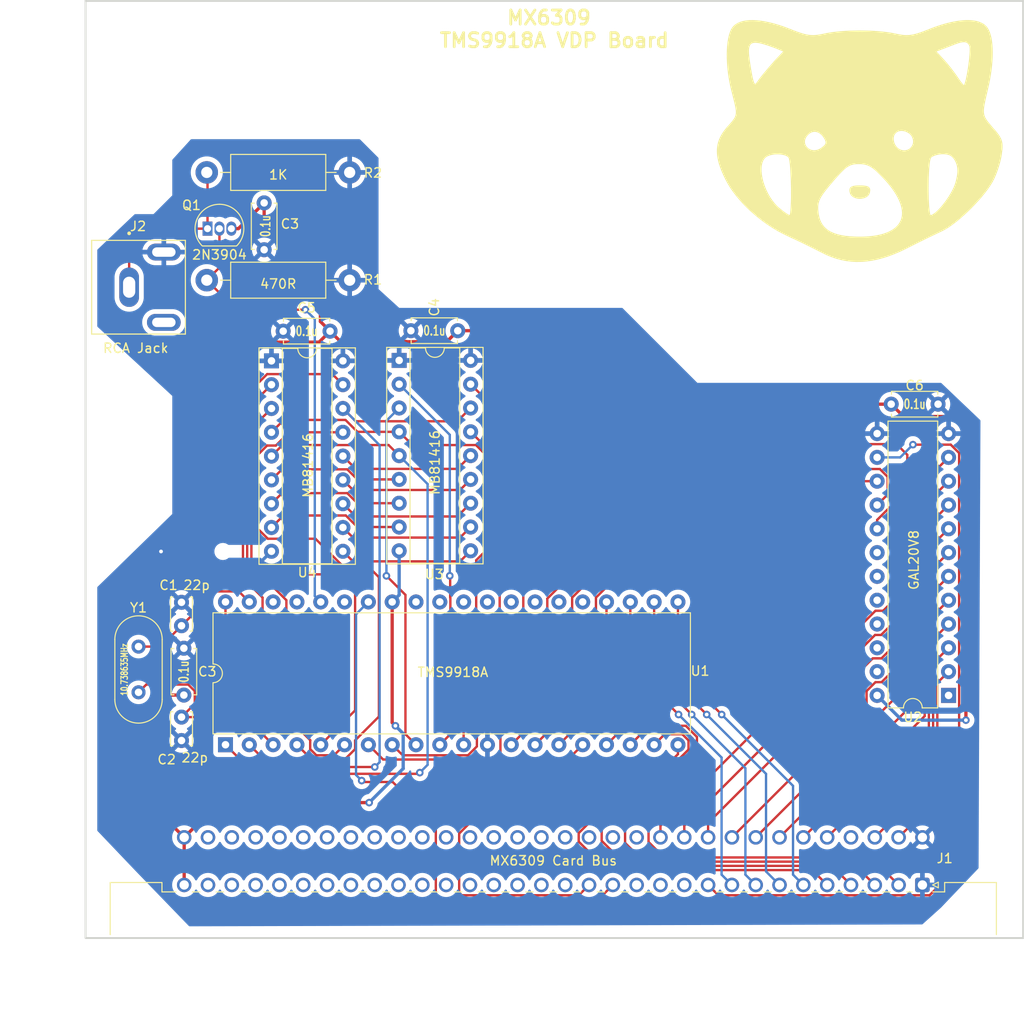
<source format=kicad_pcb>
(kicad_pcb (version 20221018) (generator pcbnew)

  (general
    (thickness 1.6)
  )

  (paper "A4")
  (layers
    (0 "F.Cu" signal)
    (31 "B.Cu" signal)
    (32 "B.Adhes" user "B.Adhesive")
    (33 "F.Adhes" user "F.Adhesive")
    (34 "B.Paste" user)
    (35 "F.Paste" user)
    (36 "B.SilkS" user "B.Silkscreen")
    (37 "F.SilkS" user "F.Silkscreen")
    (38 "B.Mask" user)
    (39 "F.Mask" user)
    (40 "Dwgs.User" user "User.Drawings")
    (41 "Cmts.User" user "User.Comments")
    (42 "Eco1.User" user "User.Eco1")
    (43 "Eco2.User" user "User.Eco2")
    (44 "Edge.Cuts" user)
    (45 "Margin" user)
    (46 "B.CrtYd" user "B.Courtyard")
    (47 "F.CrtYd" user "F.Courtyard")
    (48 "B.Fab" user)
    (49 "F.Fab" user)
    (50 "User.1" user)
    (51 "User.2" user)
    (52 "User.3" user)
    (53 "User.4" user)
    (54 "User.5" user)
    (55 "User.6" user)
    (56 "User.7" user)
    (57 "User.8" user)
    (58 "User.9" user)
  )

  (setup
    (stackup
      (layer "F.SilkS" (type "Top Silk Screen"))
      (layer "F.Paste" (type "Top Solder Paste"))
      (layer "F.Mask" (type "Top Solder Mask") (thickness 0.01))
      (layer "F.Cu" (type "copper") (thickness 0.035))
      (layer "dielectric 1" (type "core") (thickness 1.51) (material "FR4") (epsilon_r 4.5) (loss_tangent 0.02))
      (layer "B.Cu" (type "copper") (thickness 0.035))
      (layer "B.Mask" (type "Bottom Solder Mask") (thickness 0.01))
      (layer "B.Paste" (type "Bottom Solder Paste"))
      (layer "B.SilkS" (type "Bottom Silk Screen"))
      (copper_finish "None")
      (dielectric_constraints no)
    )
    (pad_to_mask_clearance 0)
    (pcbplotparams
      (layerselection 0x00010fc_ffffffff)
      (plot_on_all_layers_selection 0x0000000_00000000)
      (disableapertmacros false)
      (usegerberextensions false)
      (usegerberattributes true)
      (usegerberadvancedattributes true)
      (creategerberjobfile true)
      (dashed_line_dash_ratio 12.000000)
      (dashed_line_gap_ratio 3.000000)
      (svgprecision 6)
      (plotframeref false)
      (viasonmask false)
      (mode 1)
      (useauxorigin false)
      (hpglpennumber 1)
      (hpglpenspeed 20)
      (hpglpendiameter 15.000000)
      (dxfpolygonmode true)
      (dxfimperialunits true)
      (dxfusepcbnewfont true)
      (psnegative false)
      (psa4output false)
      (plotreference true)
      (plotvalue true)
      (plotinvisibletext false)
      (sketchpadsonfab false)
      (subtractmaskfromsilk false)
      (outputformat 1)
      (mirror false)
      (drillshape 0)
      (scaleselection 1)
      (outputdirectory "../gerbers/tms99_video/")
    )
  )

  (net 0 "")
  (net 1 "GND")
  (net 2 "VCC")
  (net 3 "/X1")
  (net 4 "/X2")
  (net 5 "/BUS^{ADDR}0")
  (net 6 "/BUS^{ADDR}1")
  (net 7 "/BUS^{ADDR}2")
  (net 8 "/BUS^{ADDR}3")
  (net 9 "/BUS^{ADDR}4")
  (net 10 "/BUS^{ADDR}5")
  (net 11 "/BUS^{ADDR}6")
  (net 12 "/BUS^{ADDR}7")
  (net 13 "/BUS^{ADDR}8")
  (net 14 "/BUS^{ADDR}9")
  (net 15 "/BUS^{ADDR}10")
  (net 16 "/BUS^{ADDR}11")
  (net 17 "/BUS^{ADDR}12")
  (net 18 "/BUS^{ADDR}13")
  (net 19 "/BUS^{ADDR}14")
  (net 20 "/BUS^{ADDR}15")
  (net 21 "/BUS^{ADDR}16")
  (net 22 "unconnected-(J1-Pad22)")
  (net 23 "unconnected-(J1-Pad23)")
  (net 24 "unconnected-(J1-Pad24)")
  (net 25 "unconnected-(J1-Pad25)")
  (net 26 "unconnected-(J1-Pad26)")
  (net 27 "unconnected-(J1-Pad27)")
  (net 28 "unconnected-(J1-Pad28)")
  (net 29 "unconnected-(J1-Pad29)")
  (net 30 "unconnected-(J1-Pad30)")
  (net 31 "unconnected-(J1-Pad31)")
  (net 32 "unconnected-(J1-Pad34)")
  (net 33 "unconnected-(J1-Pad35)")
  (net 34 "/BUS^{ADDR}17")
  (net 35 "/BUS^{ADDR}18")
  (net 36 "unconnected-(J1-A19-Pad21)")
  (net 37 "unconnected-(J1-i^{2}C^{SDA}-Pad36)")
  (net 38 "unconnected-(J1-i^{2}C^{SCL}-Pad37)")
  (net 39 "unconnected-(J1-SPI^{~{CS}A2}-Pad38)")
  (net 40 "unconnected-(J1-SPI^{~{CS}A1}-Pad39)")
  (net 41 "unconnected-(J1-SPI^{~{CS}A0}-Pad40)")
  (net 42 "unconnected-(J1-SPI^{CLK}-Pad41)")
  (net 43 "unconnected-(J1-SPI^{MISO}-Pad42)")
  (net 44 "unconnected-(J1-SPI^{MOSI}-Pad43)")
  (net 45 "unconnected-(J1-CON^{TX}-Pad44)")
  (net 46 "unconnected-(J1-CON^{RX}-Pad45)")
  (net 47 "unconnected-(J1-B^{STAT}-Pad46)")
  (net 48 "unconnected-(J1-B^{AVAIL}-Pad47)")
  (net 49 "unconnected-(J1-~{NMI}-Pad48)")
  (net 50 "unconnected-(J1-~{FIRQ}-Pad49)")
  (net 51 "/~{IRQ}")
  (net 52 "/~{RES}")
  (net 53 "unconnected-(J1-~{HALT}-Pad52)")
  (net 54 "unconnected-(J1-CLK^{MCU}-Pad53)")
  (net 55 "unconnected-(J1-R{slash}~{W}-Pad54)")
  (net 56 "/BUS^{DATA}7")
  (net 57 "/BUS^{DATA}6")
  (net 58 "/BUS^{DATA}5")
  (net 59 "/BUS^{DATA}4")
  (net 60 "/BUS^{DATA}3")
  (net 61 "/BUS^{DATA}2")
  (net 62 "/Composite Video")
  (net 63 "/BUS^{DATA}1")
  (net 64 "/BUS^{DATA}0")
  (net 65 "Net-(J2-Signal)")
  (net 66 "unconnected-(J2-GND-Pad3)")
  (net 67 "/~{RAS}")
  (net 68 "/~{CAS}")
  (net 69 "/VDP^{DATA}7")
  (net 70 "/VDP^{DATA}6")
  (net 71 "/VDP^{DATA}5")
  (net 72 "/VDP^{DATA}4")
  (net 73 "/VDP^{DATA}3")
  (net 74 "/VDP^{DATA}2")
  (net 75 "/VDP^{DATA}1")
  (net 76 "/VDP^{DATA}0")
  (net 77 "/R{slash}~{W}")
  (net 78 "/MODE")
  (net 79 "/~{CSW}")
  (net 80 "/~{CSR}")
  (net 81 "unconnected-(U1-RD7-Pad25)")
  (net 82 "unconnected-(U1-RD6-Pad26)")
  (net 83 "unconnected-(U1-RD5-Pad27)")
  (net 84 "unconnected-(U1-RD4-Pad28)")
  (net 85 "unconnected-(U1-RD3-Pad29)")
  (net 86 "unconnected-(U1-RD2-Pad30)")
  (net 87 "unconnected-(U1-RD1-Pad31)")
  (net 88 "unconnected-(U1-RD0-Pad32)")
  (net 89 "unconnected-(U1-EXTVDP-Pad35)")
  (net 90 "unconnected-(U1-GROMCLK-Pad37)")
  (net 91 "unconnected-(U1-CPUCLK-Pad38)")
  (net 92 "/BUS^{R{slash}~{W}}")
  (net 93 "/IOSEL")
  (net 94 "unconnected-(U2-IO4-Pad18)")
  (net 95 "unconnected-(U2-IO5-Pad19)")
  (net 96 "unconnected-(U2-IO6-Pad20)")
  (net 97 "unconnected-(U2-IO7-Pad21)")
  (net 98 "unconnected-(U2-IO8-Pad22)")
  (net 99 "unconnected-(U2-I13-Pad23)")
  (net 100 "/VDP^{ADDR}6")
  (net 101 "/VDP^{ADDR}5")
  (net 102 "/VDP^{ADDR}4")
  (net 103 "/VDP^{ADDR}7")
  (net 104 "/VDP^{ADDR}3")
  (net 105 "/VDP^{ADDR}2")
  (net 106 "/VDP^{ADDR}1")
  (net 107 "/VDP^{ADDR}0")

  (footprint "Capacitor_THT:C_Disc_D4.7mm_W2.5mm_P5.00mm" (layer "F.Cu") (at 103.995 110.485 -90))

  (footprint "Capacitor_THT:C_Disc_D4.7mm_W2.5mm_P5.00mm" (layer "F.Cu") (at 184.44 84.44 180))

  (footprint "Package_DIP:DIP-24_W7.62mm" (layer "F.Cu") (at 185.56 115.52 180))

  (footprint "Crystal:Crystal_HC49-4H_Vertical" (layer "F.Cu") (at 99.16 110.31 -90))

  (footprint "Capacitor_THT:C_Disc_D3.4mm_W2.1mm_P2.50mm" (layer "F.Cu") (at 103.745 108.085 90))

  (footprint "Capacitor_THT:C_Disc_D3.4mm_W2.1mm_P2.50mm" (layer "F.Cu") (at 103.745 120.335 90))

  (footprint "Package_TO_SOT_THT:TO-92_Inline" (layer "F.Cu") (at 106.52 65.71))

  (footprint "Package_DIP:DIP-18_W7.62mm_Socket" (layer "F.Cu") (at 126.96 79.77))

  (footprint "Resistor_THT:R_Axial_DIN0411_L9.9mm_D3.6mm_P15.24mm_Horizontal" (layer "F.Cu") (at 106.44 71.21))

  (footprint "Capacitor_THT:C_Disc_D4.7mm_W2.5mm_P5.00mm" (layer "F.Cu") (at 114.59 76.65))

  (footprint "Package_DIP:DIP-18_W7.62mm_Socket" (layer "F.Cu") (at 113.34 79.82))

  (footprint "card_bus_2_32:DIN41612_R_2x32_Male_Horizontal_THT" (layer "F.Cu") (at 142.13 94.5675 -90))

  (footprint "Resistor_THT:R_Axial_DIN0411_L9.9mm_D3.6mm_P15.24mm_Horizontal" (layer "F.Cu") (at 106.44 59.71))

  (footprint "rca:SWITCHCRAFT_PJRAN1X1U04X" (layer "F.Cu") (at 98.16 71.96 -90))

  (footprint "Package_DIP:DIP-40_W15.24mm" (layer "F.Cu") (at 108.435 120.785 90))

  (footprint "Capacitor_THT:C_Disc_D4.7mm_W2.5mm_P5.00mm" (layer "F.Cu") (at 112.56 67.96 90))

  (footprint "Capacitor_THT:C_Disc_D4.7mm_W2.5mm_P5.00mm" (layer "F.Cu") (at 128.21 76.6))

  (gr_poly
    (pts
      (xy 176.250174 61.195973)
      (xy 176.392577 61.201235)
      (xy 176.458243 61.205284)
      (xy 176.520304 61.210322)
      (xy 176.578826 61.21638)
      (xy 176.633872 61.223491)
      (xy 176.685508 61.231687)
      (xy 176.733797 61.241)
      (xy 176.778805 61.251464)
      (xy 176.820596 61.263109)
      (xy 176.859235 61.275969)
      (xy 176.894787 61.290075)
      (xy 176.927315 61.305461)
      (xy 176.956885 61.322158)
      (xy 176.98356 61.340198)
      (xy 177.007407 61.359614)
      (xy 177.028489 61.380439)
      (xy 177.046871 61.402704)
      (xy 177.062617 61.426442)
      (xy 177.075792 61.451684)
      (xy 177.086461 61.478465)
      (xy 177.094688 61.506815)
      (xy 177.100539 61.536767)
      (xy 177.104076 61.568353)
      (xy 177.105366 61.601605)
      (xy 177.104472 61.636557)
      (xy 177.10146 61.67324)
      (xy 177.096393 61.711686)
      (xy 177.089337 61.751928)
      (xy 177.080356 61.793998)
      (xy 177.062674 61.870893)
      (xy 177.036466 61.942826)
      (xy 177.002299 62.009799)
      (xy 176.960742 62.071811)
      (xy 176.912365 62.128861)
      (xy 176.857734 62.180951)
      (xy 176.797419 62.22808)
      (xy 176.731988 62.270248)
      (xy 176.66201 62.307455)
      (xy 176.588052 62.339701)
      (xy 176.510684 62.366986)
      (xy 176.430473 62.389311)
      (xy 176.347989 62.406674)
      (xy 176.2638 62.419076)
      (xy 176.178473 62.426518)
      (xy 176.092578 62.428998)
      (xy 176.006684 62.426518)
      (xy 175.921357 62.419076)
      (xy 175.837168 62.406674)
      (xy 175.754683 62.389311)
      (xy 175.674473 62.366986)
      (xy 175.597105 62.339701)
      (xy 175.523147 62.307455)
      (xy 175.453169 62.270248)
      (xy 175.387738 62.22808)
      (xy 175.327423 62.180951)
      (xy 175.272792 62.128861)
      (xy 175.224414 62.071811)
      (xy 175.182858 62.009799)
      (xy 175.148691 61.942826)
      (xy 175.122483 61.870893)
      (xy 175.104801 61.793998)
      (xy 175.088764 61.711686)
      (xy 175.080685 61.636557)
      (xy 175.079792 61.601605)
      (xy 175.081081 61.568353)
      (xy 175.084619 61.536767)
      (xy 175.090469 61.506815)
      (xy 175.098696 61.478465)
      (xy 175.109366 61.451684)
      (xy 175.122541 61.426442)
      (xy 175.138287 61.402704)
      (xy 175.156669 61.380439)
      (xy 175.177751 61.359614)
      (xy 175.201597 61.340198)
      (xy 175.228273 61.322158)
      (xy 175.257843 61.305461)
      (xy 175.290371 61.290075)
      (xy 175.325922 61.275969)
      (xy 175.364561 61.263109)
      (xy 175.45136 61.241)
      (xy 175.551285 61.223491)
      (xy 175.664853 61.210322)
      (xy 175.792579 61.201235)
      (xy 175.934982 61.195973)
      (xy 176.092578 61.194276)
    )

    (stroke (width 0.2) (type solid)) (fill solid) (layer "F.SilkS") (tstamp 2cf9b311-bebf-406c-85d2-1ca14bac3c00))
  (gr_poly
    (pts
      (xy 187.841001 43.555759)
      (xy 188.018949 43.567965)
      (xy 188.190032 43.586739)
      (xy 188.35406 43.612103)
      (xy 188.510848 43.644074)
      (xy 188.660207 43.682673)
      (xy 188.80195 43.727919)
      (xy 188.93589 43.779831)
      (xy 189.061839 43.838429)
      (xy 189.179611 43.903732)
      (xy 189.289017 43.975759)
      (xy 189.389871 44.05453)
      (xy 189.481986 44.140064)
      (xy 189.565173 44.232381)
      (xy 189.639245 44.3315)
      (xy 189.763277 44.536164)
      (xy 189.870825 44.778191)
      (xy 189.961939 45.055254)
      (xy 190.036671 45.365029)
      (xy 190.095074 45.705189)
      (xy 190.137199 46.073409)
      (xy 190.163098 46.467365)
      (xy 190.172821 46.884729)
      (xy 190.166422 47.323178)
      (xy 190.143951 47.780385)
      (xy 190.105461 48.254026)
      (xy 190.051002 48.741774)
      (xy 189.980628 49.241304)
      (xy 189.894388 49.750291)
      (xy 189.792336 50.26641)
      (xy 189.674522 50.787334)
      (xy 189.455689 51.720197)
      (xy 189.371904 52.10206)
      (xy 189.30631 52.436019)
      (xy 189.280592 52.58702)
      (xy 189.259732 52.72843)
      (xy 189.243833 52.861041)
      (xy 189.232998 52.985649)
      (xy 189.227331 53.103048)
      (xy 189.226934 53.214033)
      (xy 189.231913 53.319398)
      (xy 189.242368 53.419937)
      (xy 189.258405 53.516446)
      (xy 189.280127 53.609719)
      (xy 189.307636 53.70055)
      (xy 189.341036 53.789734)
      (xy 189.380431 53.878065)
      (xy 189.425923 53.966338)
      (xy 189.477617 54.055347)
      (xy 189.535615 54.145888)
      (xy 189.600021 54.238753)
      (xy 189.670938 54.334739)
      (xy 189.83272 54.539248)
      (xy 190.021787 54.765772)
      (xy 190.238966 55.020666)
      (xy 190.408172 55.211602)
      (xy 190.559085 55.388947)
      (xy 190.692428 55.554819)
      (xy 190.808924 55.711339)
      (xy 190.909297 55.860623)
      (xy 190.99427 56.004792)
      (xy 191.064567 56.145963)
      (xy 191.094439 56.216087)
      (xy 191.120912 56.286256)
      (xy 191.144078 56.356735)
      (xy 191.164027 56.427789)
      (xy 191.18085 56.499683)
      (xy 191.194637 56.572681)
      (xy 191.213465 56.723051)
      (xy 191.221233 56.881017)
      (xy 191.218667 57.048699)
      (xy 191.206488 57.228214)
      (xy 191.185422 57.421682)
      (xy 191.15619 57.631221)
      (xy 191.139326 57.775674)
      (xy 191.115538 57.930256)
      (xy 191.085341 58.093519)
      (xy 191.049254 58.264016)
      (xy 190.961472 58.620928)
      (xy 190.856328 58.989416)
      (xy 190.737954 59.357903)
      (xy 190.610485 59.714815)
      (xy 190.478056 60.048576)
      (xy 190.3448 60.34761)
      (xy 190.174105 60.679554)
      (xy 189.956539 61.036974)
      (xy 189.697321 61.414755)
      (xy 189.401672 61.80778)
      (xy 189.07481 62.210934)
      (xy 188.721955 62.6191)
      (xy 188.348326 63.027163)
      (xy 187.959142 63.430007)
      (xy 187.559623 63.822515)
      (xy 187.154987 64.199572)
      (xy 186.750456 64.556062)
      (xy 186.351247 64.886868)
      (xy 185.962579 65.186875)
      (xy 185.589674 65.450968)
      (xy 185.237748 65.674028)
      (xy 184.912023 65.850942)
      (xy 183.262786 66.644693)
      (xy 182.153741 67.190396)
      (xy 181.031467 67.755943)
      (xy 180.396751 68.061454)
      (xy 179.775316 68.329758)
      (xy 179.166387 68.560855)
      (xy 178.569189 68.754745)
      (xy 177.982945 68.911428)
      (xy 177.406882 69.030904)
      (xy 176.840224 69.113173)
      (xy 176.282196 69.158235)
      (xy 175.732023 69.16609)
      (xy 175.18893 69.136737)
      (xy 174.652141 69.070178)
      (xy 174.120881 68.966412)
      (xy 173.594376 68.825439)
      (xy 173.07185 68.647259)
      (xy 172.552528 68.431871)
      (xy 172.035635 68.179277)
      (xy 171.197787 67.753739)
      (xy 170.20119 67.262055)
      (xy 169.178134 66.77037)
      (xy 168.260912 66.344831)
      (xy 167.758988 66.0934)
      (xy 167.260112 65.816698)
      (xy 166.766508 65.516743)
      (xy 166.280396 65.195548)
      (xy 165.804 64.855129)
      (xy 165.339541 64.497503)
      (xy 164.889241 64.124683)
      (xy 164.455323 63.738686)
      (xy 164.040008 63.341527)
      (xy 163.645519 62.935221)
      (xy 163.274077 62.521784)
      (xy 162.927905 62.103231)
      (xy 162.609225 61.681577)
      (xy 162.320259 61.258838)
      (xy 162.063229 60.83703)
      (xy 161.840358 60.418167)
      (xy 161.623739 59.966859)
      (xy 161.436937 59.537876)
      (xy 161.37927 59.387835)
      (xy 165.510716 59.387835)
      (xy 165.51456 59.573033)
      (xy 165.549967 59.958866)
      (xy 165.620824 60.360203)
      (xy 165.725323 60.770944)
      (xy 165.861654 61.184993)
      (xy 166.028009 61.596251)
      (xy 166.222579 61.998621)
      (xy 166.443556 62.386005)
      (xy 166.689131 62.752305)
      (xy 166.957496 63.091422)
      (xy 167.099658 63.248882)
      (xy 167.24684 63.39726)
      (xy 167.398816 63.535794)
      (xy 167.555357 63.663721)
      (xy 167.641666 63.735594)
      (xy 167.728232 63.805452)
      (xy 167.814489 63.872933)
      (xy 167.899867 63.937675)
      (xy 167.983798 63.999316)
      (xy 168.065713 64.057496)
      (xy 168.145045 64.111851)
      (xy 168.221225 64.16202)
      (xy 168.293684 64.207642)
      (xy 168.361854 64.248354)
      (xy 168.425166 64.283796)
      (xy 168.483052 64.313605)
      (xy 168.534944 64.337419)
      (xy 168.580273 64.354877)
      (xy 168.61847 64.365617)
      (xy 168.634717 64.368355)
      (xy 168.648968 64.369278)
      (xy 168.677601 64.352766)
      (xy 168.703986 64.30457)
      (xy 168.750116 64.121162)
      (xy 168.787564 63.835124)
      (xy 168.814288 63.491466)
      (xy 171.555458 63.491466)
      (xy 171.561512 63.677329)
      (xy 171.577024 63.875387)
      (xy 171.623472 64.232247)
      (xy 171.697258 64.562339)
      (xy 171.744676 64.717508)
      (xy 171.799258 64.866179)
      (xy 171.861114 65.008416)
      (xy 171.930353 65.144284)
      (xy 172.007085 65.273848)
      (xy 172.09142 65.397172)
      (xy 172.183467 65.51432)
      (xy 172.283337 65.625358)
      (xy 172.39114 65.730349)
      (xy 172.506984 65.829359)
      (xy 172.630981 65.922452)
      (xy 172.763239 66.009693)
      (xy 172.903869 66.091146)
      (xy 173.05298 66.166875)
      (xy 173.377086 66.301424)
      (xy 173.736435 66.413854)
      (xy 174.131906 66.504684)
      (xy 174.564378 66.57443)
      (xy 175.034728 66.623609)
      (xy 175.543835 66.652738)
      (xy 176.092578 66.662332)
      (xy 176.541212 66.654631)
      (xy 176.967598 66.631731)
      (xy 177.371609 66.593935)
      (xy 177.753115 66.541547)
      (xy 178.111986 66.474871)
      (xy 178.448094 66.394209)
      (xy 178.761309 66.299866)
      (xy 179.051502 66.192146)
      (xy 179.318545 66.071351)
      (xy 179.562307 65.937786)
      (xy 179.782659 65.791754)
      (xy 179.979473 65.633558)
      (xy 180.152619 65.463503)
      (xy 180.301969 65.281891)
      (xy 180.427392 65.089027)
      (xy 180.528759 64.885214)
      (xy 180.605942 64.670756)
      (xy 180.658812 64.445956)
      (xy 180.687238 64.211118)
      (xy 180.691092 63.966545)
      (xy 180.670245 63.712541)
      (xy 180.624567 63.44941)
      (xy 180.55393 63.177456)
      (xy 180.458204 62.896981)
      (xy 180.337259 62.608289)
      (xy 180.190968 62.311684)
      (xy 180.0192 62.007471)
      (xy 179.821826 61.695951)
      (xy 179.652667 61.454451)
      (xy 183.328934 61.454451)
      (xy 183.349398 62.540552)
      (xy 183.403348 63.47245)
      (xy 183.442493 63.84117)
      (xy 183.489544 64.124056)
      (xy 183.544347 64.305345)
      (xy 183.574607 64.352966)
      (xy 183.606746 64.369278)
      (xy 183.672411 64.363165)
      (xy 183.743456 64.345179)
      (xy 183.819476 64.315851)
      (xy 183.900062 64.275709)
      (xy 184.073307 64.165104)
      (xy 184.259937 64.017602)
      (xy 184.456695 63.837441)
      (xy 184.660325 63.628858)
      (xy 184.867574 63.39609)
      (xy 185.075184 63.143375)
      (xy 185.2799 62.87495)
      (xy 185.478466 62.595053)
      (xy 185.667628 62.307921)
      (xy 185.844128 62.017792)
      (xy 186.004713 61.728904)
      (xy 186.146125 61.445493)
      (xy 186.26511 61.171797)
      (xy 186.358411 60.912054)
      (xy 186.41423 60.706838)
      (xy 186.46266 60.51387)
      (xy 186.503751 60.332167)
      (xy 186.537556 60.160748)
      (xy 186.564126 59.998631)
      (xy 186.583513 59.844833)
      (xy 186.595769 59.698373)
      (xy 186.600945 59.55827)
      (xy 186.599094 59.423541)
      (xy 186.590266 59.293204)
      (xy 186.574513 59.166279)
      (xy 186.551888 59.041782)
      (xy 186.522441 58.918731)
      (xy 186.486224 58.796146)
      (xy 186.44329 58.673045)
      (xy 186.39369 58.548444)
      (xy 186.33365 58.433895)
      (xy 186.272216 58.328234)
      (xy 186.208818 58.231254)
      (xy 186.142887 58.14275)
      (xy 186.073856 58.062513)
      (xy 186.001156 57.990339)
      (xy 185.924218 57.926019)
      (xy 185.883983 57.89674)
      (xy 185.842475 57.869347)
      (xy 185.799623 57.843814)
      (xy 185.755357 57.820116)
      (xy 185.709605 57.798227)
      (xy 185.662296 57.778121)
      (xy 185.562724 57.743153)
      (xy 185.456073 57.715007)
      (xy 185.341773 57.693475)
      (xy 185.219256 57.678351)
      (xy 185.087955 57.669428)
      (xy 184.947299 57.6665)
      (xy 184.841165 57.668928)
      (xy 184.734875 57.676008)
      (xy 184.629102 57.687429)
      (xy 184.524518 57.70288)
      (xy 184.421794 57.722052)
      (xy 184.321602 57.744634)
      (xy 184.224614 57.770318)
      (xy 184.131502 57.798791)
      (xy 184.042937 57.829745)
      (xy 183.959592 57.86287)
      (xy 183.882138 57.897855)
      (xy 183.811246 57.93439)
      (xy 183.74759 57.972166)
      (xy 183.69184 58.010872)
      (xy 183.644668 58.050198)
      (xy 183.624509 58.069996)
      (xy 183.606746 58.089834)
      (xy 183.571603 58.160612)
      (xy 183.538921 58.259186)
      (xy 183.480862 58.531839)
      (xy 183.432416 58.892032)
      (xy 183.393426 59.324004)
      (xy 183.343196 60.340238)
      (xy 183.328934 61.454451)
      (xy 179.652667 61.454451)
      (xy 179.598717 61.377429)
      (xy 179.349745 61.052209)
      (xy 179.074779 60.720593)
      (xy 178.773691 60.382886)
      (xy 178.544342 60.137536)
      (xy 178.331271 59.916628)
      (xy 178.132567 59.718974)
      (xy 177.946316 59.543387)
      (xy 177.770608 59.388676)
      (xy 177.603529 59.253654)
      (xy 177.443169 59.137133)
      (xy 177.287614 59.037922)
      (xy 177.211041 58.994438)
      (xy 177.134953 58.954835)
      (xy 177.05911 58.918967)
      (xy 176.983274 58.886683)
      (xy 176.907205 58.857835)
      (xy 176.830665 58.832276)
      (xy 176.753414 58.809856)
      (xy 176.675214 58.790427)
      (xy 176.515008 58.759946)
      (xy 176.348136 58.739646)
      (xy 176.172686 58.728338)
      (xy 175.986745 58.724832)
      (xy 175.795749 58.728406)
      (xy 175.617983 58.740197)
      (xy 175.450964 58.761807)
      (xy 175.292215 58.794837)
      (xy 175.139252 58.840889)
      (xy 174.989598 58.901566)
      (xy 174.840769 58.978469)
      (xy 174.690288 59.073201)
      (xy 174.535672 59.187362)
      (xy 174.374441 59.322557)
      (xy 174.204116 59.480385)
      (xy 174.022215 59.66245)
      (xy 173.826258 59.870353)
      (xy 173.613764 60.105696)
      (xy 173.129246 60.665111)
      (xy 172.878107 60.962388)
      (xy 172.653065 61.234241)
      (xy 172.452931 61.483355)
      (xy 172.276516 61.71242)
      (xy 172.122633 61.924121)
      (xy 171.990091 62.121146)
      (xy 171.877703 62.306182)
      (xy 171.828696 62.395044)
      (xy 171.784281 62.481916)
      (xy 171.74431 62.567135)
      (xy 171.708635 62.651036)
      (xy 171.677107 62.733955)
      (xy 171.649578 62.816228)
      (xy 171.625898 62.898191)
      (xy 171.60592 62.98018)
      (xy 171.589494 63.062531)
      (xy 171.576473 63.145579)
      (xy 171.566707 63.229661)
      (xy 171.560048 63.315112)
      (xy 171.555458 63.491466)
      (xy 168.814288 63.491466)
      (xy 168.816538 63.462528)
      (xy 168.849886 62.521948)
      (xy 168.851815 61.427993)
      (xy 168.823979 60.309232)
      (xy 168.768031 59.294238)
      (xy 168.730031 58.865832)
      (xy 168.685624 58.511582)
      (xy 168.635015 58.247559)
      (xy 168.578413 58.089834)
      (xy 168.541386 58.041675)
      (xy 168.496764 57.996429)
      (xy 168.44501 57.954115)
      (xy 168.38659 57.914754)
      (xy 168.321968 57.878364)
      (xy 168.251611 57.844965)
      (xy 168.095548 57.787216)
      (xy 167.922122 57.741663)
      (xy 167.735053 57.708461)
      (xy 167.538063 57.687765)
      (xy 167.334871 57.679729)
      (xy 167.129199 57.684509)
      (xy 166.924767 57.70226)
      (xy 166.725296 57.733137)
      (xy 166.534507 57.777294)
      (xy 166.35612 57.834888)
      (xy 166.27274 57.868771)
      (xy 166.193856 57.906072)
      (xy 166.119932 57.946809)
      (xy 166.051435 57.991002)
      (xy 165.988829 58.038671)
      (xy 165.93258 58.089834)
      (xy 165.842418 58.192129)
      (xy 165.763606 58.306685)
      (xy 165.695918 58.432739)
      (xy 165.639126 58.569529)
      (xy 165.593006 58.716292)
      (xy 165.557331 58.872266)
      (xy 165.531875 59.03669)
      (xy 165.516412 59.2088)
      (xy 165.510716 59.387835)
      (xy 161.37927 59.387835)
      (xy 161.280004 59.129563)
      (xy 161.152992 58.740268)
      (xy 161.100722 58.552234)
      (xy 161.055952 58.368335)
      (xy 161.018688 58.188363)
      (xy 160.988937 58.012112)
      (xy 160.966704 57.839375)
      (xy 160.951997 57.669945)
      (xy 160.944821 57.503616)
      (xy 160.945184 57.340181)
      (xy 160.953091 57.179433)
      (xy 160.96855 57.021165)
      (xy 160.991567 56.865171)
      (xy 161.022147 56.711244)
      (xy 161.060299 56.559178)
      (xy 161.098695 56.43288)
      (xy 170.141108 56.43288)
      (xy 170.146068 56.530624)
      (xy 170.161047 56.625926)
      (xy 170.185572 56.718309)
      (xy 170.219174 56.807293)
      (xy 170.26138 56.892402)
      (xy 170.311718 56.973157)
      (xy 170.369717 57.049081)
      (xy 170.434906 57.119694)
      (xy 170.506813 57.18452)
      (xy 170.584966 57.24308)
      (xy 170.668894 57.294897)
      (xy 170.758125 57.339491)
      (xy 170.852188 57.376386)
      (xy 170.950611 57.405103)
      (xy 171.052923 57.425164)
      (xy 171.158652 57.436092)
      (xy 171.267326 57.437407)
      (xy 171.378474 57.428633)
      (xy 171.491625 57.409291)
      (xy 171.606307 57.378903)
      (xy 171.722048 57.336991)
      (xy 171.838378 57.283077)
      (xy 171.954823 57.216684)
      (xy 172.070913 57.137332)
      (xy 172.164775 57.066519)
      (xy 172.247991 56.999115)
      (xy 172.320665 56.934399)
      (xy 172.353081 56.902823)
      (xy 172.382901 56.871647)
      (xy 172.410136 56.840781)
      (xy 172.434801 56.810135)
      (xy 172.456908 56.779617)
      (xy 172.476469 56.749139)
      (xy 172.493499 56.718609)
      (xy 172.508009 56.687937)
      (xy 172.520013 56.657032)
      (xy 172.529524 56.625805)
      (xy 172.536554 56.594164)
      (xy 172.541116 56.562019)
      (xy 172.543224 56.52928)
      (xy 172.54289 56.495856)
      (xy 172.540128 56.461657)
      (xy 172.534949 56.426592)
      (xy 172.527368 56.390571)
      (xy 172.517397 56.353504)
      (xy 172.505048 56.3153)
      (xy 172.490335 56.275869)
      (xy 172.473271 56.23512)
      (xy 172.453869 56.192963)
      (xy 172.42872 56.144112)
      (xy 179.607471 56.144112)
      (xy 179.610885 56.21235)
      (xy 179.617884 56.280994)
      (xy 179.628409 56.349807)
      (xy 179.642404 56.418548)
      (xy 179.659809 56.48698)
      (xy 179.680567 56.554862)
      (xy 179.704619 56.621957)
      (xy 179.731908 56.688024)
      (xy 179.762374 56.752825)
      (xy 179.795961 56.816121)
      (xy 179.832609 56.877673)
      (xy 179.872261 56.937242)
      (xy 179.914858 56.994589)
      (xy 179.960343 57.049475)
      (xy 180.008658 57.10166)
      (xy 180.059743 57.150907)
      (xy 180.113542 57.196976)
      (xy 180.169995 57.239627)
      (xy 180.229045 57.278622)
      (xy 180.290634 57.313722)
      (xy 180.383092 57.35583)
      (xy 180.475084 57.389721)
      (xy 180.566354 57.415654)
      (xy 180.656641 57.433887)
      (xy 180.745688 57.444678)
      (xy 180.833237 57.448287)
      (xy 180.919029 57.444971)
      (xy 181.002805 57.434989)
      (xy 181.084307 57.418599)
      (xy 181.163277 57.396059)
      (xy 181.239457 57.367629)
      (xy 181.312588 57.333565)
      (xy 181.382411 57.294127)
      (xy 181.448669 57.249574)
      (xy 181.511103 57.200163)
      (xy 181.569454 57.146152)
      (xy 181.623465 57.087801)
      (xy 181.672876 57.025367)
      (xy 181.71743 56.959109)
      (xy 181.756867 56.889286)
      (xy 181.79093 56.816155)
      (xy 181.819361 56.739975)
      (xy 181.8419 56.661005)
      (xy 181.85829 56.579503)
      (xy 181.868272 56.495727)
      (xy 181.871588 56.409935)
      (xy 181.867979 56.322387)
      (xy 181.857187 56.233339)
      (xy 181.838954 56.143052)
      (xy 181.813021 56.051783)
      (xy 181.77913 55.95979)
      (xy 181.737022 55.867332)
      (xy 181.701922 55.805744)
      (xy 181.662927 55.746694)
      (xy 181.620275 55.69024)
      (xy 181.574207 55.636442)
      (xy 181.52496 55.585357)
      (xy 181.472775 55.537043)
      (xy 181.417889 55.491558)
      (xy 181.360542 55.44896)
      (xy 181.300973 55.409308)
      (xy 181.239421 55.37266)
      (xy 181.176125 55.339074)
      (xy 181.111324 55.308607)
      (xy 181.045257 55.281319)
      (xy 180.978163 55.257267)
      (xy 180.91028 55.236509)
      (xy 180.841849 55.219104)
      (xy 180.773108 55.205109)
      (xy 180.704295 55.194583)
      (xy 180.635651 55.187585)
      (xy 180.567413 55.184171)
      (xy 180.499821 55.1844)
      (xy 180.433115 55.188331)
      (xy 180.367532 55.196021)
      (xy 180.303312 55.207528)
      (xy 180.240694 55.222912)
      (xy 180.179918 55.242229)
      (xy 180.121221 55.265539)
      (xy 180.064843 55.292898)
      (xy 180.011023 55.324366)
      (xy 179.96 55.36)
      (xy 179.912013 55.399858)
      (xy 179.867301 55.444)
      (xy 179.82316 55.488712)
      (xy 179.783301 55.536699)
      (xy 179.747667 55.587722)
      (xy 179.716199 55.641541)
      (xy 179.688839 55.697919)
      (xy 179.66553 55.756616)
      (xy 179.646213 55.817393)
      (xy 179.630829 55.880011)
      (xy 179.619321 55.944231)
      (xy 179.611631 56.009814)
      (xy 179.6077 56.07652)
      (xy 179.607471 56.144112)
      (xy 172.42872 56.144112)
      (xy 172.408101 56.104062)
      (xy 172.353135 56.008443)
      (xy 172.306021 55.934341)
      (xy 172.257344 55.864172)
      (xy 172.207194 55.797943)
      (xy 172.155662 55.735661)
      (xy 172.102838 55.677332)
      (xy 172.048812 55.622963)
      (xy 171.993675 55.572561)
      (xy 171.937518 55.526131)
      (xy 171.880431 55.483679)
      (xy 171.822504 55.445214)
      (xy 171.763827 55.41074)
      (xy 171.704492 55.380265)
      (xy 171.644588 55.353795)
      (xy 171.584206 55.331336)
      (xy 171.523437 55.312896)
      (xy 171.462371 55.298479)
      (xy 171.401097 55.288093)
      (xy 171.339708 55.281744)
      (xy 171.278293 55.279439)
      (xy 171.216942 55.281185)
      (xy 171.155746 55.286986)
      (xy 171.094796 55.296851)
      (xy 171.034182 55.310786)
      (xy 170.973994 55.328796)
      (xy 170.914323 55.350889)
      (xy 170.855259 55.377071)
      (xy 170.796892 55.407348)
      (xy 170.739314 55.441727)
      (xy 170.682614 55.480214)
      (xy 170.626884 55.522816)
      (xy 170.572212 55.569539)
      (xy 170.518691 55.62039)
      (xy 170.426525 55.720459)
      (xy 170.34815 55.82191)
      (xy 170.283094 55.924266)
      (xy 170.230887 56.027048)
      (xy 170.191057 56.129779)
      (xy 170.163131 56.23198)
      (xy 170.146639 56.333173)
      (xy 170.141108 56.43288)
      (xy 161.098695 56.43288)
      (xy 161.106027 56.408765)
      (xy 161.159339 56.259799)
      (xy 161.22024 56.112073)
      (xy 161.288738 55.965381)
      (xy 161.36484 55.819516)
      (xy 161.44855 55.67427)
      (xy 161.539876 55.529439)
      (xy 161.638825 55.384813)
      (xy 161.745402 55.240188)
      (xy 161.981468 54.950111)
      (xy 162.386198 54.496874)
      (xy 162.54624 54.307825)
      (xy 162.679307 54.135415)
      (xy 162.786329 53.97334)
      (xy 162.830364 53.894209)
      (xy 162.868236 53.815296)
      (xy 162.900062 53.735816)
      (xy 162.925959 53.654979)
      (xy 162.946041 53.571997)
      (xy 162.960427 53.486083)
      (xy 162.969231 53.396448)
      (xy 162.972571 53.302305)
      (xy 162.963321 53.097339)
      (xy 162.933607 52.864881)
      (xy 162.884359 52.598627)
      (xy 162.816508 52.292272)
      (xy 162.730983 51.939511)
      (xy 162.510635 51.069556)
      (xy 162.387008 50.569104)
      (xy 162.28064 50.062347)
      (xy 162.19143 49.552904)
      (xy 162.119272 49.04439)
      (xy 162.064065 48.540424)
      (xy 162.025704 48.044623)
      (xy 162.004086 47.560605)
      (xy 161.999107 47.091986)
      (xy 162.006632 46.799273)
      (xy 164.168406 46.799273)
      (xy 164.172059 46.952634)
      (xy 164.181713 47.117479)
      (xy 164.217861 47.482194)
      (xy 164.274524 47.894555)
      (xy 164.350376 48.374457)
      (xy 164.419976 48.796894)
      (xy 164.484511 49.163935)
      (xy 164.545171 49.477645)
      (xy 164.574418 49.615148)
      (xy 164.603143 49.740093)
      (xy 164.631493 49.852739)
      (xy 164.659617 49.953344)
      (xy 164.687663 50.042168)
      (xy 164.71578 50.119467)
      (xy 164.744117 50.185501)
      (xy 164.772822 50.240528)
      (xy 164.802044 50.284806)
      (xy 164.831932 50.318594)
      (xy 164.847171 50.331634)
      (xy 164.862633 50.342149)
      (xy 164.878335 50.350171)
      (xy 164.894297 50.355732)
      (xy 164.910536 50.358863)
      (xy 164.927071 50.359599)
      (xy 164.943922 50.35797)
      (xy 164.961106 50.354009)
      (xy 164.978641 50.347749)
      (xy 164.996548 50.339221)
      (xy 165.033547 50.315493)
      (xy 165.072252 50.283083)
      (xy 165.11281 50.24225)
      (xy 165.155371 50.193252)
      (xy 165.200083 50.136347)
      (xy 165.247095 50.071795)
      (xy 165.296555 49.999852)
      (xy 165.403413 49.834832)
      (xy 165.541148 49.655963)
      (xy 165.711542 49.442367)
      (xy 166.122197 48.944069)
      (xy 166.579155 48.406083)
      (xy 167.02619 47.894555)
      (xy 168.084524 46.765667)
      (xy 184.100635 46.765667)
      (xy 184.98258 47.718166)
      (xy 185.175091 47.931762)
      (xy 185.378351 48.170162)
      (xy 185.586573 48.425099)
      (xy 185.793967 48.688304)
      (xy 185.994747 48.95151)
      (xy 186.183125 49.206447)
      (xy 186.353313 49.444847)
      (xy 186.499523 49.658443)
      (xy 186.565203 49.755931)
      (xy 186.629747 49.849646)
      (xy 186.692844 49.939124)
      (xy 186.754184 50.023899)
      (xy 186.813457 50.103507)
      (xy 186.870353 50.177482)
      (xy 186.924561 50.245359)
      (xy 186.975773 50.306673)
      (xy 187.023677 50.360959)
      (xy 187.067963 50.407752)
      (xy 187.108322 50.446587)
      (xy 187.126932 50.462875)
      (xy 187.144444 50.476999)
      (xy 187.160819 50.488901)
      (xy 187.176018 50.498522)
      (xy 187.190003 50.505805)
      (xy 187.202734 50.510692)
      (xy 187.214174 50.513124)
      (xy 187.224283 50.513043)
      (xy 187.233023 50.510392)
      (xy 187.240354 50.505111)
      (xy 187.270611 50.469336)
      (xy 187.301746 50.415694)
      (xy 187.366031 50.259407)
      (xy 187.431971 50.04545)
      (xy 187.498323 49.78302)
      (xy 187.627308 49.149535)
      (xy 187.743063 48.432542)
      (xy 187.835668 47.705627)
      (xy 187.895199 47.042377)
      (xy 187.909462 46.757623)
      (xy 187.911736 46.51638)
      (xy 187.900781 46.327847)
      (xy 187.875356 46.201223)
      (xy 187.833119 46.106974)
      (xy 187.785508 46.022698)
      (xy 187.759558 45.984316)
      (xy 187.732109 45.948447)
      (xy 187.70311 45.915098)
      (xy 187.672509 45.884274)
      (xy 187.640254 45.855982)
      (xy 187.606294 45.830229)
      (xy 187.570577 45.807021)
      (xy 187.533051 45.786364)
      (xy 187.493665 45.768265)
      (xy 187.452367 45.752731)
      (xy 187.409105 45.739768)
      (xy 187.363828 45.729382)
      (xy 187.316483 45.72158)
      (xy 187.26702 45.716368)
      (xy 187.161531 45.713741)
      (xy 187.046947 45.721553)
      (xy 186.922855 45.739855)
      (xy 186.788841 45.768699)
      (xy 186.644491 45.808136)
      (xy 186.489393 45.858219)
      (xy 186.323133 45.918999)
      (xy 184.947299 46.448166)
      (xy 184.100635 46.765667)
      (xy 168.084524 46.765667)
      (xy 167.132023 46.377612)
      (xy 166.636782 46.19466)
      (xy 166.194613 46.043437)
      (xy 165.80319 45.925081)
      (xy 165.625782 45.878583)
      (xy 165.460188 45.840728)
      (xy 165.306118 45.811658)
      (xy 165.163281 45.791515)
      (xy 165.031387 45.780441)
      (xy 164.910144 45.778578)
      (xy 164.799263 45.786069)
      (xy 164.698452 45.803055)
      (xy 164.60742 45.829679)
      (xy 164.525878 45.866083)
      (xy 164.453534 45.912409)
      (xy 164.390098 45.968799)
      (xy 164.335279 46.035395)
      (xy 164.288787 46.112339)
      (xy 164.25033 46.199773)
      (xy 164.219618 46.29784)
      (xy 164.19636 46.406681)
      (xy 164.180266 46.526439)
      (xy 164.171045 46.657255)
      (xy 164.168406 46.799273)
      (xy 162.006632 46.799273)
      (xy 162.010666 46.642383)
      (xy 162.038657 46.215416)
      (xy 162.082978 45.814699)
      (xy 162.143526 45.443852)
      (xy 162.220197 45.106491)
      (xy 162.312887 44.806234)
      (xy 162.421494 44.546698)
      (xy 162.481733 44.43333)
      (xy 162.545913 44.3315)
      (xy 162.619986 44.232381)
      (xy 162.703173 44.140064)
      (xy 162.795287 44.05453)
      (xy 162.896141 43.975759)
      (xy 163.12332 43.838429)
      (xy 163.383209 43.727919)
      (xy 163.674311 43.644074)
      (xy 163.995127 43.586739)
      (xy 164.344158 43.555759)
      (xy 164.719906 43.550979)
      (xy 165.120872 43.572244)
      (xy 165.545558 43.619399)
      (xy 165.992464 43.692288)
      (xy 166.460092 43.790758)
      (xy 166.946945 43.914652)
      (xy 167.451522 44.063816)
      (xy 167.972325 44.238095)
      (xy 168.507857 44.437334)
      (xy 168.849447 44.574673)
      (xy 169.161943 44.695992)
      (xy 169.448497 44.801808)
      (xy 169.712263 44.892638)
      (xy 169.956391 44.968998)
      (xy 170.184034 45.031406)
      (xy 170.398345 45.080378)
      (xy 170.602475 45.116431)
      (xy 170.799578 45.140082)
      (xy 170.992805 45.151847)
      (xy 171.185308 45.152243)
      (xy 171.38024 45.141787)
      (xy 171.580753 45.120996)
      (xy 171.79 45.090386)
      (xy 172.011132 45.050475)
      (xy 172.247302 45.001778)
      (xy 172.637528 44.921163)
      (xy 173.063927 44.851296)
      (xy 173.521332 44.792178)
      (xy 174.004576 44.743809)
      (xy 174.50849 44.706188)
      (xy 175.027907 44.679316)
      (xy 176.092579 44.657819)
      (xy 177.157251 44.679316)
      (xy 177.676668 44.706188)
      (xy 178.180582 44.743809)
      (xy 178.663826 44.792178)
      (xy 179.121231 44.851296)
      (xy 179.54763 44.921163)
      (xy 179.937856 45.001778)
      (xy 180.174026 45.050475)
      (xy 180.395158 45.090386)
      (xy 180.604404 45.120996)
      (xy 180.804917 45.141787)
      (xy 180.999849 45.152243)
      (xy 181.192353 45.151847)
      (xy 181.38558 45.140082)
      (xy 181.582682 45.116431)
      (xy 181.786813 45.080378)
      (xy 182.001124 45.031406)
      (xy 182.228767 44.968998)
      (xy 182.472895 44.892638)
      (xy 182.73666 44.801808)
      (xy 183.023215 44.695992)
      (xy 183.677301 44.437334)
      (xy 184.212833 44.238095)
      (xy 184.733636 44.063816)
      (xy 185.238214 43.914652)
      (xy 185.725066 43.790758)
      (xy 186.192695 43.692288)
      (xy 186.639601 43.619399)
      (xy 187.064287 43.572244)
      (xy 187.267828 43.558366)
      (xy 187.465253 43.550979)
      (xy 187.656373 43.550104)
    )

    (stroke (width 0.2) (type solid)) (fill solid) (layer "F.SilkS") (tstamp dd7ec7e6-803b-434e-b8bc-09291275843f))
  (gr_rect (start 93.51 41.41) (end 193.51 141.41)
    (stroke (width 0.2) (type solid)) (fill none) (layer "Edge.Cuts") (tstamp 2a146c51-2a20-4c01-b8ac-e77d5806156e))
  (gr_text "MX6309 \nTMS9918A VDP Board" (at 143.51 44.41) (layer "F.SilkS") (tstamp 7bc3ba3d-f66d-4412-af68-f64aa916cc30)
    (effects (font (size 1.5 1.5) (thickness 0.3)))
  )

  (segment (start 127.723299 77.775) (end 132.035 77.775) (width 0.35) (layer "F.Cu") (net 2) (tstamp 00ce1e52-b26a-476f-9c42-e4c5eb15f86f))
  (segment (start 180.76 85.76) (end 185.96 85.76) (width 0.35) (layer "F.Cu") (net 2) (tstamp 02e033d5-4b71-48cc-beb1-d8002eb92fee))
  (segment (start 112.56 62.96) (end 112.56 64.317387) (width 0.35) (layer "F.Cu") (net 2) (tstamp 0450ad01-82d7-4a37-b651-dbbf1ea39025))
  (segment (start 151.4 76.6) (end 133.21 76.6) (width 0.35) (layer "F.Cu") (net 2) (tstamp 085695de-5cc8-4f41-b8cc-2104bdd47272))
  (segment (start 108.16 93.56) (end 108.16 80.96) (width 0.35) (layer "F.Cu") (net 2) (tstamp 0d0dcc0d-7ea7-4669-aff8-43bdec97fa52))
  (segment (start 107.7375 126.96) (end 105.4975 129.2) (width 0.35) (layer "F.Cu") (net 2) (tstamp 0f1161d7-88c0-4684-9f05-bf2ea8a4747c))
  (segment (start 98 124.6375) (end 98 121.8) (width 0.35) (layer "F.Cu") (net 2) (tstamp 10ea7048-2063-4632-8348-19d5c723420f))
  (segment (start 102.635 115.485) (end 103.995 115.485) (width 0.35) (layer "F.Cu") (net 2) (tstamp 13d64fe7-1a16-4352-a964-832e55139abe))
  (segment (start 102.16 115.96) (end 102.635 115.485) (width 0.35) (layer "F.Cu") (net 2) (tstamp 164b3986-f469-406c-a5d7-71a3ed0c2fb8))
  (segment (start 132.035 77.775) (end 133.21 76.6) (width 0.35) (layer "F.Cu") (net 2) (tstamp 17345d8a-b6d9-47a4-8645-f8cd17c1304d))
  (segment (start 104.03 130.6675) (end 98 124.6375) (width 0.35) (layer "F.Cu") (net 2) (tstamp 23e5a44d-a17e-433d-b2df-da7d504a8be0))
  (segment (start 187.4095 87.2095) (end 187.4095 118.16) (width 0.35) (layer "F.Cu") (net 2) (tstamp 288cd80f-55c9-4317-8328-364cdfdf3fd6))
  (segment (start 96.56 105.16) (end 101.56 100.16) (width 0.35) (layer "F.Cu") (net 2) (tstamp 28b2e8eb-ea0e-4be3-83ac-f3e8f4a27161))
  (segment (start 98 121.8) (end 96.56 120.36) (width 0.35) (layer "F.Cu") (net 2) (tstamp 2ae9a6ee-f7f7-493b-bb49-ab649323e236))
  (segment (start 109.06 65.71) (end 109.81 65.71) (width 0.35) (layer "F.Cu") (net 2) (tstamp 2db66331-b867-4010-9751-27badde74ed4))
  (segment (start 119.59 76.65) (end 120.7 77.76) (width 0.35) (layer "F.Cu") (net 2) (tstamp 2f697048-60ab-4915-b393-0a462574188d))
  (segment (start 120.7 77.76) (end 127.708299 77.76) (width 0.35) (layer "F.Cu") (net 2) (tstamp 35cdcfa3-cb3e-4099-94e3-c2adb25c5fa3))
  (segment (start 96.56 120.36) (end 96.56 105.16) (width 0.35) (layer "F.Cu") (net 2) (tstamp 42609357-08e9-4c36-9500-be2e787a4da3))
  (segment (start 109.81 65.71) (end 112.56 62.96) (width 0.35) (layer "F.Cu") (net 2) (tstamp 4ddee7cb-a8f5-4e0b-b407-84baee4a03bd))
  (segment (start 185.96 85.76) (end 187.4095 87.2095) (width 0.35) (layer "F.Cu") (net 2) (tstamp 6108febe-a41a-432d-804e-d628dd9e76f3))
  (segment (start 118.415 77.825) (end 119.59 76.65) (width 0.35) (layer "F.Cu") (net 2) (tstamp 6379a21a-2883-432d-802b-561e18c8b8c1))
  (segment (start 179.44 84.44) (end 180.76 85.76) (width 0.35) (layer "F.Cu") (net 2) (tstamp 67369266-ecdb-42b1-b144-cac986c44ca7))
  (segment (start 112.56 64.317387) (end 118.56 70.317387) (width 0.35) (layer "F.Cu") (net 2) (tstamp 84bfa648-25a2-4a28-b04a-dc8e59f9e64c))
  (segment (start 159.24 84.44) (end 151.4 76.6) (width 0.35) (layer "F.Cu") (net 2) (tstamp 907aaa9c-63ed-47fa-bef9-cfab96449a4a))
  (segment (start 107.7375 126.96) (end 105.74875 128.94875) (width 0.35) (layer "F.Cu") (net 2) (tstamp 9ef413c6-1e99-4fef-9d99-6045c40bf185))
  (segment (start 123.76 126.96) (end 107.7375 126.96) (width 0.35) (layer "F.Cu") (net 2) (tstamp ae604a1c-05d1-47d4-9c9a-f8100c6957e6))
  (segment (start 126.215 105.545) (end 126.215 118.415) (width 0.35) (layer "F.Cu") (net 2) (tstamp afa4e23e-ecc9-44b3-a6b8-adb1c8d7e0b4))
  (segment (start 101.56 100.16) (end 108.16 93.56) (width 0.35) (layer "F.Cu") (net 2) (tstamp b275531a-1776-4397-828f-4a2518f88ec0))
  (segment (start 105.74875 128.94875) (end 104.03 130.6675) (width 0.35) (layer "F.Cu") (net 2) (tstamp b52aec09-602f-4a15-92fe-f455a388188f))
  (segment (start 102.16 117.64) (end 98 121.8) (width 0.35) (layer "F.Cu") (net 2) (tstamp ba7dc135-0597-4998-93e8-de959387d08f))
  (segment (start 118.56 70.317387) (end 118.56 75.62) (width 0.35) (layer "F.Cu") (net 2) (tstamp bc09ff29-be4a-4452-94d4-91bdf48aaeb3))
  (segment (start 111.295 77.825) (end 118.415 77.825) (width 0.35) (layer "F.Cu") (net 2) (tstamp c8813bb2-3e59-4524-804f-02891b5fa15f))
  (segment (start 108.16 80.96) (end 111.295 77.825) (width 0.35) (layer "F.Cu") (net 2) (tstamp cf829cce-22d3-4a89-bef0-e4a0ab3d6d84))
  (segment (start 179.44 84.44) (end 159.24 84.44) (width 0.35) (layer "F.Cu") (net 2) (tstamp d29535ce-4c62-499a-8ef2-19f335dc0d86))
  (segment (start 102.16 115.96) (end 102.16 117.64) (width 0.35) (layer "F.Cu") (net 2) (tstamp d721f13a-a7d1-48eb-bb2d-9ce24fd2ac9e))
  (segment (start 127.708299 77.76) (end 127.723299 77.775) (width 0.35) (layer "F.Cu") (net 2) (tstamp d8411129-d439-4d66-87db-7f2f46a61cb9))
  (segment (start 104.03 130.6675) (end 104.03 135.7475) (width 0.35) (layer "F.Cu") (net 2) (tstamp e61a7c58-f5e8-4059-98b9-26b734cfa032))
  (segment (start 118.56 75.62) (end 119.59 76.65) (width 0.35) (layer "F.Cu") (net 2) (tstamp e8864b68-7747-4164-b3bd-4c8c42daeae4))
  (segment (start 126.215 118.415) (end 126.56 118.76) (width 0.35) (layer "F.Cu") (net 2) (tstamp ed5e0b6e-b683-4d2c-8226-fea25071b724))
  (via (at 187.4095 118.16) (size 0.8) (drill 0.4) (layers "F.Cu" "B.Cu") (net 2) (tstamp 486085ab-0abf-4513-a788-92688c005c71))
  (via (at 123.76 126.96) (size 0.8) (drill 0.4) (layers "F.Cu" "B.Cu") (net 2) (tstamp 6e3a30d6-c69b-43bc-bc99-47fbe87494ab))
  (via (at 101.56 100.16) (size 0.8) (drill 0.4) (layers "F.Cu" "B.Cu") (net 2) (tstamp a46eed14-3c85-4d73-909e-54f6cf18c686))
  (via (at 126.56 118.76) (size 0.8) (drill 0.4) (layers "F.Cu" "B.Cu") (net 2) (tstamp f0a7d593-0b89-4179-8300-83843c1b0e5d))
  (segment (start 126.96 104.8) (end 126.96 100.09) (width 0.35) (layer "B.Cu") (net 2) (tstamp 04597dc5-0c44-49e0-b9d2-8321b5408b60))
  (segment (start 180.58 118.16) (end 177.94 115.52) (width 0.35) (layer "B.Cu") (net 2) (tstamp 092fcc68-498a-4f94-8d82-8f5616005b7b))
  (segment (start 112.08 101.4) (end 113.34 100.14) (width 0.35) (layer "B.Cu") (net 2) (tstamp 198045fa-67e9-474a-8fd9-ba4fb8abc5a0))
  (segment (start 102.8 101.4) (end 112.08 101.4) (width 0.35) (layer "B.Cu") (net 2) (tstamp 267c5391-18ce-4812-bfb0-9e4cebc38e60))
  (segment (start 127.39 119.59) (end 127.39 123.33) (width 0.35) (layer "B.Cu") (net 2) (tstamp 2dd04c39-5fcc-4ee1-b941-44fa3c1becd8))
  (segment (start 126.56 118.76) (end 127.39 119.59) (width 0.35) (layer "B.Cu") (net 2) (tstamp 34ac134b-2031-4f45-9613-51db413eee2e))
  (segment (start 127.39 123.33) (end 123.76 126.96) (width 0.35) (layer "B.Cu") (net 2) (tstamp 4cb94271-d877-4252-8f7c-a718529c28f8))
  (segment (start 126.215 105.545) (end 126.96 104.8) (width 0.35) (layer "B.Cu") (net 2) (tstamp b0851315-e8c9-4ec2-8ab2-c4bb5b386536))
  (segment (start 101.56 100.16) (end 102.8 101.4) (width 0.35) (layer "B.Cu") (net 2) (tstamp d908b5dd-57d6-4216-8d73-1dee56e294e6))
  (segment (start 187.4095 118.16) (end 180.58 118.16) (width 0.35) (layer "B.Cu") (net 2) (tstamp eac4e47a-dae6-4a2b-80ef-65116fc312b1))
  (segment (start 109.85 104.42) (end 110.975 105.545) (width 0.25) (layer "F.Cu") (net 3) (tstamp 00ce5131-fb92-4a7b-a831-71cf0e918ad7))
  (segment (start 101.52 110.31) (end 103.745 108.085) (width 0.25) (layer "F.Cu") (net 3) (tstamp 20cda598-050c-4fae-b17f-27c7a285ad9a))
  (segment (start 107.41 104.42) (end 109.85 104.42) (width 0.25) (layer "F.Cu") (net 3) (tstamp 370b1b01-8e86-4d09-9696-d08fbc39d9cc))
  (segment (start 103.745 108.085) (end 107.41 104.42) (width 0.25) (layer "F.Cu") (net 3) (tstamp 3ffaaef2-ca83-450c-999c-e43a2da15194))
  (segment (start 99.16 110.31) (end 101.52 110.31) (width 0.25) (layer "F.Cu") (net 3) (tstamp a5fe4349-6065-48dd-9cf9-8b0a546806f8))
  (segment (start 105.16 116.42) (end 103.745 117.835) (width 0.25) (layer "F.Cu") (net 4) (tstamp 294b816c-4396-4d00-aeeb-24fb3e00e7a7))
  (segment (start 99.16 115.19) (end 99.99 114.36) (width 0.25) (layer "F.Cu") (net 4) (tstamp 44caebed-05eb-4b5b-a1bd-e4f42403e6aa))
  (segment (start 103.745 117.835) (end 105.885 117.835) (width 0.25) (layer "F.Cu") (net 4) (tstamp 72a5817f-467d-4fff-be2a-16d5c00566a4))
  (segment (start 104.460991 114.36) (end 105.16 115.059009) (width 0.25) (layer "F.Cu") (net 4) (tstamp ab22cce9-c7cb-4e24-876e-e27945ae0b7a))
  (segment (start 108.435 115.285) (end 108.435 105.545) (width 0.25) (layer "F.Cu") (net 4) (tstamp b0a28520-a089-41b2-89bb-af2b475f6cca))
  (segment (start 99.99 114.36) (end 104.460991 114.36) (width 0.25) (layer "F.Cu") (net 4) (tstamp bd4a4b77-7b2b-4f91-a032-19a60b387a34))
  (segment (start 105.16 115.059009) (end 105.16 116.42) (width 0.25) (layer "F.Cu") (net 4) (tstamp ebef7198-0ba4-45b6-b79e-a4a504de344c))
  (segment (start 105.885 117.835) (end 108.435 115.285) (width 0.25) (layer "F.Cu") (net 4) (tstamp fbb9adec-7af3-4157-ab5f-356129c57b2d))
  (segment (start 184.36 114.18) (end 185.56 112.98) (width 0.25) (layer "F.Cu") (net 5) (tstamp 026ea83d-8f22-4be9-8fea-7787c7d218b1))
  (segment (start 180.23 130.6675) (end 184.36 126.5375) (width 0.25) (layer "F.Cu") (net 5) (tstamp 35288a14-77ff-4802-96e9-bad8000f21ff))
  (segment (start 184.36 126.5375) (end 184.36 114.18) (width 0.25) (layer "F.Cu") (net 5) (tstamp 466a650e-da90-42b4-8efd-5eb3818b0412))
  (segment (start 177.69 130.6675) (end 183.91 124.4475) (width 0.25) (layer "F.Cu") (net 6) (tstamp 1a9b2615-de52-4eb5-aff8-0c8b0da946a4))
  (segment (start 183.91 112.09) (end 185.56 110.44) (width 0.25) (layer "F.Cu") (net 6) (tstamp 29a07337-2b0c-4cf0-97d3-30008b5d480e))
  (segment (start 183.91 124.4475) (end 183.91 112.09) (width 0.25) (layer "F.Cu") (net 6) (tstamp 67f0f3a3-dcc7-4b8f-8bab-6a86206c0177))
  (segment (start 183.46 110) (end 185.56 107.9) (width 0.25) (layer "F.Cu") (net 8) (tstamp 2cbbcf25-1e34-461b-b874-9af7fe4d288d))
  (segment (start 172.61 130.6675) (end 183.46 119.8175) (width 0.25) (layer "F.Cu") (net 8) (tstamp 713324f5-dafd-48b9-b85a-01ce23e37611))
  (segment (start 183.46 119.8175) (end 183.46 110) (width 0.25) (layer "F.Cu") (net 8) (tstamp 94c58139-00b4-4f6d-bd3f-4707e550e572))
  (segment (start 170.07 130.6675) (end 183.01 117.7275) (width 0.25) (layer "F.Cu") (net 9) (tstamp 274fa555-524d-421c-8ebd-2eeaab6eca4d))
  (segment (start 183.01 117.7275) (end 183.01 107.91) (width 0.25) (layer "F.Cu") (net 9) (tstamp 961801d9-017e-4e3f-9f2d-595faa3949e7))
  (segment (start 183.01 107.91) (end 185.56 105.36) (width 0.25) (layer "F.Cu") (net 9) (tstamp 984acccc-1b1d-426d-9030-fc9455e81153))
  (segment (start 182.56 115.6375) (end 182.56 105.82) (width 0.25) (layer "F.Cu") (net 10) (tstamp 379391cb-c253-49ff-92cb-a293b08032ef))
  (segment (start 182.56 105.82) (end 185.56 102.82) (width 0.25) (layer "F.Cu") (net 10) (tstamp a0e3e3a1-7c05-4514-866e-39f4d010bd4d))
  (segment (start 167.53 130.6675) (end 182.56 115.6375) (width 0.25) (layer "F.Cu") (net 10) (tstamp f331be08-874f-4836-8a21-7bf6c7e3210a))
  (segment (start 164.99 130.6675) (end 182.11 113.5475) (width 0.25) (layer "F.Cu") (net 11) (tstamp 81649547-24b3-43aa-8595-c90b84769328))
  (segment (start 182.11 103.73) (end 185.56 100.28) (width 0.25) (layer "F.Cu") (net 11) (tstamp 87aec7f1-e59f-481d-978e-1b457a4b5077))
  (segment (start 182.11 113.5475) (end 182.11 103.73) (width 0.25) (layer "F.Cu") (net 11) (tstamp afe0bf4d-b96e-48f5-940c-595ed6587c78))
  (segment (start 181.66 101.64) (end 185.56 97.74) (width 0.25) (layer "F.Cu") (net 12) (tstamp 2ea36d5c-0595-4bb1-9d77-54db1e940d36))
  (segment (start 162.45 130.6675) (end 162.4525 130.6675) (width 0.25) (layer "F.Cu") (net 12) (tstamp 35f94217-9e77-4012-a871-9e9f41daf7cf))
  (segment (start 178.415 114.105) (end 181.66 110.86) (width 0.25) (layer "F.Cu") (net 12) (tstamp 45124105-b8f4-4c78-8af4-2cf21bcf4172))
  (segment (start 176.815 115.054009) (end 177.764009 114.105) (width 0.25) (layer "F.Cu") (net 12) (tstamp 4769ff1a-96c7-4b66-b169-20b7e88814d5))
  (segment (start 162.4525 130.6675) (end 176.815 116.305) (width 0.25) (layer "F.Cu") (net 12) (tstamp 8f4a7ce7-c5d4-40fa-a2cc-76a0916ef6c4))
  (segment (start 181.66 110.86) (end 181.66 101.64) (width 0.25) (layer "F.Cu") (net 12) (tstamp bdeb1375-bf95-4f18-b7ef-056ee898143b))
  (segment (start 176.815 116.305) (end 176.815 115.054009) (width 0.25) (layer "F.Cu") (net 12) (tstamp ce6ecb58-a18d-4b58-a976-bfe9ef511e82))
  (segment (start 177.764009 114.105) (end 178.415 114.105) (width 0.25) (layer "F.Cu") (net 12) (tstamp d8f19c2e-12d2-48f2-8ef9-dcc05f727046))
  (segment (start 159.91 129.129009) (end 177.474009 111.565) (width 0.25) (layer "F.Cu") (net 13) (tstamp 4cebd88b-3aa6-453c-ace8-3338ec8ce922))
  (segment (start 177.474009 111.565) (end 178.405991 111.565) (width 0.25) (layer "F.Cu") (net 13) (tstamp 4fcad998-c75f-418d-9d66-f2cc465942d4))
  (segment (start 181.21 99.55) (end 185.56 95.2) (width 0.25) (layer "F.Cu") (net 13) (tstamp 8a495eb9-0cd8-4def-8198-3697a52d77c0))
  (segment (start 159.91 130.6675) (end 159.91 129.129009) (width 0.25) (layer "F.Cu") (net 13) (tstamp 9e77bed4-7abc-48e6-adb7-28545aa61f5b))
  (segment (start 181.21 108.760991) (end 181.21 99.55) (width 0.25) (layer "F.Cu") (net 13) (tstamp aecc0d32-67a2-490e-98f4-fbf109ab3487))
  (segment (start 178.405991 111.565) (end 181.21 108.760991) (width 0.25) (layer "F.Cu") (net 13) (tstamp d8e789d3-8c91-4854-a160-75b46596a5a9))
  (segment (start 180.76 106.670991) (end 180.76 97.46) (width 0.25) (layer "F.Cu") (net 14) (tstamp 2a39d3d8-8e77-4b01-8101-56260fd12201))
  (segment (start 178.363694 109.067297) (end 180.76 106.670991) (width 0.25) (layer "F.Cu") (net 14) (tstamp 55835ed4-1c3e-4c9d-9407-18c8a0ac9e73))
  (segment (start 180.76 97.46) (end 185.56 92.66) (width 0.25) (layer "F.Cu") (net 14) (tstamp 8dfb17fd-93c7-45d1-9656-50b1453cd307))
  (segment (start 157.37 130.6675) (end 157.37 129.419009) (width 0.25) (layer "F.Cu") (net 14) (tstamp 91b588a3-01f6-4427-bddb-a024ee552016))
  (segment (start 157.37 129.419009) (end 177.721712 109.067297) (width 0.25) (layer "F.Cu") (net 14) (tstamp a3684e12-781c-429b-8a7d-21ef8f052851))
  (segment (start 177.721712 109.067297) (end 178.363694 109.067297) (width 0.25) (layer "F.Cu") (net 14) (tstamp c5c6fa4f-717e-45ba-b853-da0606f2769c))
  (segment (start 154.83 130.6675) (end 154.83 129.419009) (width 0.25) (layer "F.Cu") (net 15) (tstamp 236d30f2-b410-4202-902e-c36c18da1319))
  (segment (start 154.83 129.419009) (end 177.764009 106.485) (width 0.25) (layer "F.Cu") (net 15) (tstamp 23a1d9be-9386-410f-9a0a-8c2fc4a637f5))
  (segment (start 178.585 106.485) (end 180.31 104.76) (width 0.25) (layer "F.Cu") (net 15) (tstamp 7fe20925-6f39-4d57-91de-8ad21b198e79))
  (segment (start 177.764009 106.485) (end 178.585 106.485) (width 0.25) (layer "F.Cu") (net 15) (tstamp 9f83f41e-e449-4886-88ac-6e8b75ad3a49))
  (segment (start 180.31 104.76) (end 180.31 95.37) (width 0.25) (layer "F.Cu") (net 15) (tstamp d09e4f33-3c99-48ff-8b8d-7cbed96ffa41))
  (segment (start 180.31 95.37) (end 185.56 90.12) (width 0.25) (layer "F.Cu") (net 15) (tstamp ddf06cc1-c888-4682-8cc1-9e87f6760fc2))
  (segment (start 133.36 130.261865) (end 139.861865 123.76) (width 0.25) (layer "F.Cu") (net 51) (tstamp 2b444e07-9f13-4df5-a6d0-d4371dbe24df))
  (segment (start 147.21 135.7475) (end 146.11 136.8475) (width 0.25) (layer "F.Cu") (net 51) (tstamp 35483b85-e46c-401b-b243-47a28e10214d))
  (segment (start 133.6475 136.8475) (end 133.36 136.56) (width 0.25) (layer "F.Cu") (net 51) (tstamp 3bc30c04-e986-4610-aa29-aa39e8136ec6))
  (segment (start 139.861865 123.76) (end 143.56 123.76) (width 0.25) (layer "F.Cu") (net 51) (tstamp 40e90922-68a4-43d3-8970-92cb8039995a))
  (segment (start 146.11 136.8475) (end 133.6475 136.8475) (width 0.25) (layer "F.Cu") (net 51) (tstamp 52236ca2-c465-4e0b-ba1b-3f81ec4d8aa0))
  (segment (start 143.56 123.76) (end 146.535 120.785) (width 0.25) (layer "F.Cu") (net 51) (tstamp b28dd3a5-9969-4c6c-9526-a0dcd1df6712))
  (segment (start 133.36 136.56) (end 133.36 130.261865) (width 0.25) (layer "F.Cu") (net 51) (tstamp c50245ad-77df-4acd-8192-752205e456be))
  (segment (start 149.75 135.7475) (end 147.3375 138.16) (width 0.25) (layer "F.Cu") (net 52) (tstamp 1a3ea494-8d9e-4da6-9101-d7d4ce5d77f0))
  (segment (start 126.27 124.76) (end 130.87 129.36) (width 0.25) (layer "F.Cu") (net 52) (tstamp 31835a71-3790-4338-8f8f-114d9ad39338))
  (segment (start 122.96 124.6095) (end 123.1105 124.76) (width 0.25) (layer "F.Cu") (net 52) (tstamp 5409bc42-e73f-4e81-b6e6-dbb84382d4fb))
  (segment (start 132.16 138.16) (end 130.87 136.87) (width 0.25) (layer "F.Cu") (net 52) (tstamp 6c6b4bc1-7d66-46e6-8885-224ca1bc5510))
  (segment (start 147.3375 138.16) (end 132.16 138.16) (width 0.25) (layer "F.Cu") (net 52) (tstamp 7789699f-0ff8-443e-8eff-258f9c9998e1))
  (segment (start 123.1105 124.76) (end 126.27 124.76) (width 0.25) (layer "F.Cu") (net 52) (tstamp a9d3375e-a91d-4910-9f37-873b1c867614))
  (segment (start 130.87 129.36) (end 130.87 129.25) (width 0.25) (layer "F.Cu") (net 52) (tstamp d8f3ca27-6127-4111-9fa5-825087d4c94b))
  (segment (start 130.87 136.87) (end 130.87 129.36) (width 0.25) (layer "F.Cu") (net 52) (tstamp dced1b63-2bff-49cc-877d-b62c059c8db0))
  (via (at 122.96 124.6095) (size 0.8) (drill 0.4) (layers "F.Cu" "B.Cu") (net 52) (tstamp 96941832-7ab7-4461-8961-814175ecea67))
  (segment (start 122.36 106.86) (end 123.675 105.545) (width 0.25) (layer "B.Cu") (net 52) (tstamp 406ad752-a6b2-4e36-9fc1-95eb26b92903))
  (segment (start 122.36 124.0095) (end 122.36 106.86) (width 0.25) (layer "B.Cu") (net 52) (tstamp 4d035a7e-03c8-4f7b-a3c0-78c382bf3cbf))
  (segment (start 122.96 124.6095) (end 122.36 124.0095) (width 0.25) (layer "B.Cu") (net 52) (tstamp c689a30a-c853-4df8-8ad4-c2df1be3e9c4))
  (segment (start 149.075 109.875) (end 149.075 105.545) (width 0.25) (layer "F.Cu") (net 56) (tstamp 8055b017-c27b-4dba-a617-5b13eb58b2e8))
  (segment (start 156.76 117.56) (end 149.075 109.875) (width 0.25) (layer "F.Cu") (net 56) (tstamp 85e34248-3ec5-43ee-8008-fbef051dd724))
  (via (at 156.76 117.56) (size 0.8) (drill 0.4) (layers "F.Cu" "B.Cu") (net 56) (tstamp 5564a114-1ca1-4c4a-bfa4-894b786d1cd0))
  (segment (start 162.45 135.7475) (end 161.35 134.6475) (width 0.25) (layer "B.Cu") (net 56) (tstamp 75542f9b-81d9-4c5d-b137-77d60b752aa0))
  (segment (start 161.35 122.15) (end 156.76 117.56) (width 0.25) (layer "B.Cu") (net 56) (tstamp 997af95c-10b7-477f-8cac-20ab01a37f57))
  (segment (start 161.35 134.6475) (end 161.35 122.15) (width 0.25) (layer "B.Cu") (net 56) (tstamp ad650aa3-9e87-410a-8cd5-000e2cb60f29))
  (segment (start 158.16 117.56) (end 151.615 111.015) (width 0.25) (layer "F.Cu") (net 57) (tstamp 00f3c8c6-5a31-47a9-bcc8-db775019f965))
  (segment (start 151.615 111.015) (end 151.615 105.545) (width 0.25) (layer "F.Cu") (net 57) (tstamp ebce09b9-1f42-47c0-aaa8-31a2e9d97521))
  (via (at 158.16 117.56) (size 0.8) (drill 0.4) (layers "F.Cu" "B.Cu") (net 57) (tstamp 9c8a767c-7ea3-49d2-8ea9-9c2324e6bacd))
  (segment (start 164.99 135.7475) (end 163.89 134.6475) (width 0.25) (layer "B.Cu") (net 57) (tstamp 486334bf-4aeb-4652-b6a7-71ab50486da6))
  (segment (start 163.89 123.29) (end 158.16 117.56) (width 0.25) (layer "B.Cu") (net 57) (tstamp c1a3be29-8fb8-41d4-8c95-e3a35e0773b0))
  (segment (start 163.89 134.6475) (end 163.89 123.29) (width 0.25) (layer "B.Cu") (net 57) (tstamp e8e58556-3fae-4ca5-99f0-6ded9bdc7a49))
  (segment (start 154.155 111.955) (end 154.155 105.545) (width 0.25) (layer "F.Cu") (net 58) (tstamp 0841a592-69f8-4462-8624-1ef1ba6bd4f6))
  (segment (start 159.76 117.56) (end 154.155 111.955) (width 0.25) (layer "F.Cu") (net 58) (tstamp 55ba78c5-4d3e-4f63-a4ea-82acbfaa2f78))
  (via (at 159.76 117.56) (size 0.8) (drill 0.4) (layers "F.Cu" "B.Cu") (net 58) (tstamp 3626e981-0efd-4938-a8f8-c1c4c575a5e9))
  (segment (start 166.09 123.89) (end 159.76 117.56) (width 0.25) (layer "B.Cu") (net 58) (tstamp 54b66b22-9ff0-459b-996b-e9ee6c0c28c0))
  (segment (start 166.09 134.3075) (end 166.09 123.89) (width 0.25) (layer "B.Cu") (net 58) (tstamp bd23c398-dea3-4753-bc7d-575b404d30c2))
  (segment (start 167.53 135.7475) (end 166.09 134.3075) (width 0.25) (layer "B.Cu") (net 58) (tstamp c7dc5dd4-3da0-4fb3-bbda-2daa6793a16e))
  (segment (start 156.695 112.895) (end 156.695 105.545) (width 0.25) (layer "F.Cu") (net 59) (tstamp 486d429c-88ea-4ead-8d31-908cfd1aad54))
  (segment (start 161.36 117.56) (end 156.695 112.895) (width 0.25) (layer "F.Cu") (net 59) (tstamp c13ee212-baa5-4874-875d-1cb4b105a7f2))
  (via (at 161.36 117.56) (size 0.8) (drill 0.4) (layers "F.Cu" "B.Cu") (net 59) (tstamp 34b6dad6-5fa1-44a3-99d2-e5f23506c1c3))
  (segment (start 168.97 125.17) (end 161.36 117.56) (width 0.25) (layer "B.Cu") (net 59) (tstamp 683f9bbc-a7e9-4d2d-9dd4-44a272664076))
  (segment (start 170.07 135.7475) (end 168.97 134.6475) (width 0.25) (layer "B.Cu") (net 59) (tstamp a0ce41bc-6468-4aa2-b13c-71ff9a5a468e))
  (segment (start 168.97 134.6475) (end 168.97 125.17) (width 0.25) (layer "B.Cu") (net 59) (tstamp f78c82a1-da65-4298-930f-0f596924cb15))
  (segment (start 149.146865 134.16) (end 171.0225 134.16) (width 0.25) (layer "F.Cu") (net 60) (tstamp 03a001f1-f195-4f2f-922c-49351ebea82d))
  (segment (start 146.11 131.123135) (end 149.146865 134.16) (width 0.25) (layer "F.Cu") (net 60) (tstamp 1a328afd-36d3-4993-9a85-7fb63e805f8d))
  (segment (start 148.521865 127.8) (end 146.11 130.211865) (width 0.25) (layer "F.Cu") (net 60) (tstamp 2f9634c7-51b0-4c93-b526-e9369bdb49c5))
  (segment (start 156.695 121.788604) (end 150.683604 127.8) (width 0.25) (layer "F.Cu") (net 60) (tstamp 401f08df-77dc-4571-b6f0-bb8d7ab582cf))
  (segment (start 150.683604 127.8) (end 148.521865 127.8) (width 0.25) (layer "F.Cu") (net 60) (tstamp 4458e67f-8b1e-4790-b654-0af9603aa0b6))
  (segment (start 146.11 130.211865) (end 146.11 131.123135) (width 0.25) (layer "F.Cu") (net 60) (tstamp 64485770-e564-40f7-b695-c24ed0be7f58))
  (segment (start 171.0225 134.16) (end 172.61 135.7475) (width 0.25) (layer "F.Cu") (net 60) (tstamp 8d8df497-56ad-435f-ba2c-d3b16efa45a8))
  (segment (start 156.695 120.785) (end 156.695 121.788604) (width 0.25) (layer "F.Cu") (net 60) (tstamp bde3b010-3fca-4c3b-98dd-588c59481d48))
  (segment (start 157.160991 119.66) (end 157.82 120.319009) (width 0.25) (layer "F.Cu") (net 61) (tstamp 0b4eef04-8827-4235-9b14-11618f85e6d2))
  (segment (start 157.82 121.3) (end 150.87 128.25) (width 0.25) (layer "F.Cu") (net 61) (tstamp 36f085e4-21c1-4616-bdd4-c6d45ca83c1e))
  (segment (start 150.87 128.25) (end 149.15 128.25) (width 0.25) (layer "F.Cu") (net 61) (tstamp 6b3c4fc6-938f-4478-8cad-b508e2e3c0f0))
  (segment (start 148.56 128.84) (end 148.56 131.033135) (width 0.25) (layer "F.Cu") (net 61) (tstamp 7b8acd44-b0ea-4c8a-afb7-471f395ec6fa))
  (segment (start 151.236865 133.71) (end 173.1125 133.71) (width 0.25) (layer "F.Cu") (net 61) (tstamp 872f83c3-9713-46fe-b7e9-b44d90fd055b))
  (segment (start 155.28 119.66) (end 157.160991 119.66) (width 0.25) (layer "F.Cu") (net 61) (tstamp 918c7281-bdce-4ab4-acd1-8affa21d230d))
  (segment (start 157.82 120.319009) (end 157.82 121.3) (width 0.25) (layer "F.Cu") (net 61) (tstamp 95c63a77-f601-457e-baf2-e149121d5882))
  (segment (start 149.15 128.25) (end 148.56 128.84) (width 0.25) (layer "F.Cu") (net 61) (tstamp 9e5d064d-054f-4a3a-9f62-9407ca3c80ae))
  (segment (start 173.1125 133.71) (end 175.15 135.7475) (width 0.25) (layer "F.Cu") (net 61) (tstamp b63ddadd-2964-4c25-a517-8f1763d250c8))
  (segment (start 148.56 131.033135) (end 151.236865 133.71) (width 0.25) (layer "F.Cu") (net 61) (tstamp d30cf40a-0c9b-4ed4-a42b-e7da322b3c47))
  (segment (start 154.155 120.785) (end 155.28 119.66) (width 0.25) (layer "F.Cu") (net 61) (tstamp f68fbd4a-d779-4611-b748-1d7e503e6be1))
  (segment (start 107.79 65.71) (end 107.79 69.86) (width 0.25) (layer "F.Cu") (net 62) (tstamp 08a18acb-ab8a-44cc-81bb-0bab8f57e2e7))
  (segment (start 107.79 69.86) (end 106.44 71.21) (width 0.25) (layer "F.Cu") (net 62) (tstamp 52e1636d-bdd5-434a-ae4f-37a595bd9715))
  (segment (start 109.59 74.36) (end 116.96 74.36) (width 0.25) (layer "F.Cu") (net 62) (tstamp 728698b3-45d5-4ee2-915c-6ee4d047deca))
  (segment (start 106.44 71.21) (end 109.59 74.36) (width 0.25) (layer "F.Cu") (net 62) (tstamp 8b7acbe4-ecab-4d0e-bbdf-06fcabb91045))
  (via (at 116.96 74.36) (size 0.8) (drill 0.4) (layers "F.Cu" "B.Cu") (net 62) (tstamp b052e71d-0f16-4147-8c8c-5327ffd7b44c))
  (segment (start 117.96 75.36) (end 117.96 104.91) (width 0.25) (layer "B.Cu") (net 62) (tstamp 55f35e79-71c4-41e8-a464-6ba61c8a78e6))
  (segment (start 117.96 104.91) (end 118.595 105.545) (width 0.25) (layer "B.Cu") (net 62) (tstamp c33c985e-033b-4694-93d5-6863a7153f8f))
  (segment (start 116.96 74.36) (end 117.96 75.36) (width 0.25) (layer "B.Cu") (net 62) (tstamp d5480041-375a-4bab-9615-69b7c8c6527b))
  (segment (start 158.27 121.486396) (end 151.056396 128.7) (width 0.25) (layer "F.Cu") (net 63) (tstamp 1e352bd5-3d80-4088-afff-94f63b79228a))
  (segment (start 151.056396 131.256396) (end 151.7 131.9) (width 0.25) (layer "F.Cu") (net 63) (tstamp 21bb4487-ce32-4e6b-9e13-cd51a9ddde4b))
  (segment (start 153.19 119.21) (end 157.347387 119.21) (width 0.25) (layer "F.Cu") (net 63) (tstamp 32a85061-5fd8-42f1-9619-e1dfb10f5fd7))
  (segment (start 175.2025 133.26) (end 177.69 135.7475) (width 0.25) (layer "F.Cu") (net 63) (tstamp 427b864c-4951-45c7-b915-426e60ab7fe3))
  (segment (start 158.27 120.132613) (end 158.27 121.486396) (width 0.25) (layer "F.Cu") (net 63) (tstamp 6335668e-9c86-4d11-a52f-ab1e94bba5c5))
  (segment (start 151.056396 128.7) (end 151.056396 131.256396) (width 0.25) (layer "F.Cu") (net 63) (tstamp 888690d6-a189-4c91-89be-08a31169b3dd))
  (segment (start 151.7 131.9) (end 153.06 133.26) (width 0.25) (layer "F.Cu") (net 63) (tstamp 914426a4-a35e-4108-a312-33e14a1b40b1))
  (segment (start 151.615 120.785) (end 153.19 119.21) (width 0.25) (layer "F.Cu") (net 63) (tstamp ae696e85-1567-4947-8225-d5de16b9b47e))
  (segment (start 153.06 133.26) (end 175.2025 133.26) (width 0.25) (layer "F.Cu") (net 63) (tstamp fc322f68-e36a-4b00-8c9d-eb735c782fd3))
  (segment (start 157.347387 119.21) (end 158.27 120.132613) (width 0.25) (layer "F.Cu") (net 63) (tstamp fd3cdba8-df6e-44f0-8440-c15505668199))
  (segment (start 153.56 131.16) (end 155.21 132.81) (width 0.25) (layer "F.Cu") (net 64) (tstamp 1d28ab66-d06f-4964-8209-4113d9d5629d))
  (segment (start 153.56 126.832792) (end 153.56 131.16) (width 0.25) (layer "F.Cu") (net 64) (tstamp 296a4771-6e10-4864-8b38-980c34dac752))
  (segment (start 158.72 119.946217) (end 158.72 121.672792) (width 0.25) (layer "F.Cu") (net 64) (tstamp a4c793be-463a-42b0-a364-184557801a30))
  (segment (start 151.1 118.76) (end 157.533783 118.76) (width 0.25) (layer "F.Cu") (net 64) (tstamp c8a14075-5855-4409-b2b0-900e3a03d894))
  (segment (start 155.21 132.81) (end 177.2925 132.81) (width 0.25) (layer "F.Cu") (net 64) (tstamp cdd38025-36b4-421e-a0ef-644bcc14e215))
  (segment (start 158.72 121.672792) (end 153.56 126.832792) (width 0.25) (layer "F.Cu") (net 64) (tstamp d5b0f18e-3a0c-4696-b528-16e8309af3bb))
  (segment (start 157.533783 118.76) (end 158.72 119.946217) (width 0.25) (layer "F.Cu") (net 64) (tstamp e00d1fae-e072-4451-8d70-8e195a6d0e71))
  (segment (start 177.2925 132.81) (end 180.23 135.7475) (width 0.25) (layer "F.Cu") (net 64) (tstamp ed53220b-3eba-45ce-8ed0-757a00e41b3e))
  (segment (start 149.075 120.785) (end 151.1 118.76) (width 0.25) (layer "F.Cu") (net 64) (tstamp faf540dd-f7ba-4ba0-aaaa-e031cde5d4be))
  (segment (start 106.52 59.79) (end 106.44 59.71) (width 0.25) (layer "F.Cu") (net 65) (tstamp 503664ce-3db8-4d9b-99d5-d5909509f03e))
  (segment (start 98.16 67.96) (end 100.41 65.71) (width 0.25) (layer "F.Cu") (net 65) (tstamp 7bc76621-6ec8-4074-8fc4-3cd6005217a9))
  (segment (start 100.41 65.71) (end 106.52 65.71) (width 0.25) (layer "F.Cu") (net 65) (tstamp 7e124035-b944-44a4-90fc-2851b3a2ab2e))
  (segment (start 98.16 71.96) (end 98.16 67.96) (width 0.25) (layer "F.Cu") (net 65) (tstamp dc8b0f1c-f9d3-45f2-aa4c-6659074738de))
  (segment (start 106.52 65.71) (end 106.52 59.79) (width 0.25) (layer "F.Cu") (net 65) (tstamp ffa38b02-0b7d-49e2-8fae-d4ef2e4f5516))
  (segment (start 126.96 89.93) (end 125.835 88.805) (width 0.25) (layer "F.Cu") (net 67) (tstamp 6b1899f4-a204-4b29-b54c-0913132047c7))
  (segment (start 129.035 123.885) (end 129.16 123.76) (width 0.25) (layer "F.Cu") (net 67) (tstamp 77d980d9-75ad-4042-b942-41735b5b4661))
  (segment (start 111.535 123.885) (end 129.035 123.885) (width 0.25) (layer "F.Cu") (net 67) (tstamp 9a75b5f7-6ad0-4bb1-be13-c2d15daecf7a))
  (segment (start 114.515 88.805) (end 113.34 89.98) (width 0.25) (layer "F.Cu") (net 67) (tstamp c78c9f93-ce10-41af-b200-4c1bf91708f0))
  (segment (start 108.435 120.785) (end 111.535 123.885) (width 0.25) (layer "F.Cu") (net 67) (tstamp dfaad913-9b0f-439e-b27d-a4b34f48f068))
  (segment (start 125.835 88.805) (end 114.515 88.805) (width 0.25) (layer "F.Cu") (net 67) (tstamp e9f9a394-bd77-4c88-8245-8df1b66361bc))
  (via (at 129.16 123.76) (size 0.8) (drill 0.4) (layers "F.Cu" "B.Cu") (net 67) (tstamp 4d2c8a11-6fc9-4b38-ab37-c6d4045708f6))
  (segment (start 129.16 123.76) (end 129.992386 122.927614) (width 0.25) (layer "B.Cu") (net 67) (tstamp 78f58bea-d545-413c-9623-04971c49536f))
  (segment (start 129.992386 122.927614) (end 129.992386 92.962386) (width 0.25) (layer "B.Cu") (net 67) (tstamp af27d6da-f826-49fd-8716-6dad583f5727))
  (segment (start 129.992386 92.962386) (end 126.96 89.93) (width 0.25) (layer "B.Cu") (net 67) (tstamp cbd13634-fb6e-41f0-8990-eecd2a93b44e))
  (segment (start 133.165 86.265) (end 122.325 86.265) (width 0.25) (layer "F.Cu") (net 68) (tstamp 089e1ea9-1514-4ea4-88ae-4f7799f7a8b2))
  (segment (start 113.35 123.16) (end 110.975 120.785) (width 0.25) (layer "F.Cu") (net 68) (tstamp 2689b2ff-1cea-4d0b-8a03-38b8ccbe3a12))
  (segment (start 122.325 86.265) (end 120.96 84.9) (width 0.25) (layer "F.Cu") (net 68) (tstamp 6f807031-8161-487e-8134-ee0444cb2c0f))
  (segment (start 124.36 123.16) (end 113.35 123.16) (width 0.25) (layer "F.Cu") (net 68) (tstamp 7f93dbd7-8c07-49ae-a2e1-86bc7c69e1ea))
  (segment (start 134.58 84.85) (end 133.165 86.265) (width 0.25) (layer "F.Cu") (net 68) (tstamp 90f8327d-2578-4f30-acad-2aca2f17e63b))
  (via (at 124.36 123.16) (size 0.8) (drill 0.4) (layers "F.Cu" "B.Cu") (net 68) (tstamp 00c07310-b8ff-4269-9934-9f5fe6d9218a))
  (segment (start 124.36 123.16) (end 124.875348 122.644652) (width 0.25) (layer "B.Cu") (net 68) (tstamp 08b8bdb8-50d4-4012-bbf7-3cb2001b8004))
  (segment (start 124.875348 122.644652) (end 124.875348 88.815348) (width 0.25) (layer "B.Cu") (net 68) (tstamp a27d02bb-6425-4346-b559-b644d8252160))
  (segment (start 124.875348 88.815348) (end 120.96 84.9) (width 0.25) (layer "B.Cu") (net 68) (tstamp bb053a2f-0b9a-45fe-973c-1e9632a1defe))
  (segment (start 110.3 102.989009) (end 110.3 83.809009) (width 0.25) (layer "F.Cu") (net 69) (tstamp 0afe6e1b-1c73-4773-bab0-6eff9d601b5b))
  (segment (start 119.835 81.235) (end 120.96 82.36) (width 0.25) (layer "F.Cu") (net 69) (tstamp 32c44ac6-2014-4bcb-a16e-dd1163b25f2a))
  (segment (start 110.3 83.809009) (end 112.874009 81.235) (width 0.25) (layer "F.Cu") (net 69) (tstamp 58a454ce-3410-48db-b92d-999f017ad5d9))
  (segment (start 112.39 119.66) (end 112.39 105.079009) (width 0.25) (layer "F.Cu") (net 69) (tstamp 625d89b5-b60b-4e99-be37-b7725d25d00a))
  (segment (start 112.874009 81.235) (end 119.835 81.235) (width 0.25) (layer "F.Cu") (net 69) (tstamp 63477b78-be9d-405f-80a4-25a572311a17))
  (segment (start 112.39 105.079009) (end 110.3 102.989009) (width 0.25) (layer "F.Cu") (net 69) (tstamp a7087ba0-b7ee-4175-a496-ae54f4199a59))
  (segment (start 113.515 120.785) (end 112.39 119.66) (width 0.25) (layer "F.Cu") (net 69) (tstamp d42399ae-5965-46a0-a014-aca6714a3e0a))
  (segment (start 121.150991 122.36) (end 122.26 121.250991) (width 0.25) (layer "F.Cu") (net 70) (tstamp 3c299651-bc5b-4bc8-9c9d-93e8718700f5))
  (segment (start 123.56 101.665) (end 120.894009 101.665) (width 0.25) (layer "F.Cu") (net 70) (tstamp 4a6f0881-4bbf-4166-a780-82589cee2349))
  (segment (start 118.029009 98.8) (end 112.949009 98.8) (width 0.25) (layer "F.Cu") (net 70) (tstamp 6095da84-5784-4337-ae3f-3e077e50ded9))
  (segment (start 124.8 117.779009) (end 124.8 102.905) (width 0.25) (layer "F.Cu") (net 70) (tstamp 61cd4497-e2dc-4bab-89f4-814c8c6a4812))
  (segment (start 112.949009 98.8) (end 111.65 97.500991) (width 0.25) (layer "F.Cu") (net 70) (tstamp 6872deaf-8e4e-4aeb-8132-57bf35333a34))
  (segment (start 116.055 120.785) (end 117.63 122.36) (width 0.25) (layer "F.Cu") (net 70) (tstamp 6c63d168-d871-47cf-b022-b2a95cc869b2))
  (segment (start 122.26 120.319009) (end 124.8 117.779009) (width 0.25) (layer "F.Cu") (net 70) (tstamp 6d603b25-2f9b-4791-bf1b-42ff23d7c693))
  (segment (start 117.63 122.36) (end 121.150991 122.36) (width 0.25) (layer "F.Cu") (net 70) (tstamp 8a536629-41a6-419c-aa9d-fb069ae832ee))
  (segment (start 112.874009 88.855) (end 113.805991 88.855) (width 0.25) (layer "F.Cu") (net 70) (tstamp a0988fa0-37d4-41c1-b657-1d09d7cddc4c))
  (segment (start 111.65 90.079009) (end 112.874009 88.855) (width 0.25) (layer "F.Cu") (net 70) (tstamp c8550e2b-e66d-40e1-a7ba-01614a4c1203))
  (segment (start 115.220991 87.44) (end 120.96 87.44) (width 0.25) (layer "F.Cu") (net 70) (tstamp cc08b247-344f-4bf5-b5bc-79f926371ca2))
  (segment (start 113.805991 88.855) (end 115.220991 87.44) (width 0.25) (layer "F.Cu") (net 70) (tstamp df5411ba-e42e-4d36-887b-c50effe5d082))
  (segment (start 111.65 97.500991) (end 111.65 90.079009) (width 0.25) (layer "F.Cu") (net 70) (tstamp e51f4a0d-1358-4d02-a0af-48a4ecfa7ef9))
  (segment (start 124.8 102.905) (end 123.56 101.665) (width 0.25) (layer "F.Cu") (net 70) (tstamp e5260e8e-de3d-47cf-ab6b-dcaf74d638f8))
  (segment (start 120.894009 101.665) (end 118.029009 98.8) (width 0.25) (layer "F.Cu") (net 70) (tstamp e67a6899-fe80-432d-b4e7-61d3f9d0573b))
  (segment (start 122.26 121.250991) (end 122.26 120.319009) (width 0.25) (layer "F.Cu") (net 70) (tstamp fa12a30a-5ffd-44f2-9049-7cbfe7f8db23))
  (segment (start 118.595 120.785) (end 122.26 117.12) (width 0.25) (layer "F.Cu") (net 71) (tstamp 0ed0c735-4ceb-4862-84c6-2c0727bdd81d))
  (segment (start 112.806396 102.6) (end 111.2 100.993604) (width 0.25) (layer "F.Cu") (net 71) (tstamp 2d548eaf-cf86-4e25-900b-db8b0371c74b))
  (segment (start 111.2 100.993604) (end 111.2 87.04) (width 0.25) (layer "F.Cu") (net 71) (tstamp 488a4fd7-0871-4173-b434-ebfc53feaf85))
  (segment (start 122.26 117.12) (end 122.26 104.263694) (width 0.25) (layer "F.Cu") (net 71) (tstamp b8f3df5d-23fe-4b9a-b6c1-9a6de4538357))
  (segment (start 120.596306 102.6) (end 112.806396 102.6) (width 0.25) (layer "F.Cu") (net 71) (tstamp d4e53e5c-9f84-4ef4-a950-13c0fed1d68a))
  (segment (start 111.2 87.04) (end 113.34 84.9) (width 0.25) (layer "F.Cu") (net 71) (tstamp f0542b20-9ad4-4d2b-954b-d3be994f1667))
  (segment (start 122.26 104.263694) (end 120.596306 102.6) (width 0.25) (layer "F.Cu") (net 71) (tstamp fdbf41f5-8927-4c8d-bafa-e7c0d93ed238))
  (segment (start 120.01 121.91) (end 118.129009 121.91) (width 0.25) (layer "F.Cu") (net 72) (tstamp 15ef5f61-94a5-4239-b330-1db34e989132))
  (segment (start 110.75 101.18) (end 110.75 84.95) (width 0.25) (layer "F.Cu") (net 72) (tstamp 25c19dc4-164d-4a7e-83c1-85d12306f5eb))
  (segment (start 118.129009 121.91) (end 117.47 121.250991) (width 0.25) (layer "F.Cu") (net 72) (tstamp 3ae39f54-08f9-4203-875d-ef2fb631b56a))
  (segment (start 114.93 105.36) (end 110.75 101.18) (width 0.25) (layer "F.Cu") (net 72) (tstamp 4f3bfad2-9e52-44fc-ba56-c3dc683806fc))
  (segment (start 117.47 121.250991) (end 117.47 120.319009) (width 0.25) (layer "F.Cu") (net 72) (tstamp 5d0d1cd1-cca9-4ba9-a755-4e3f5822d990))
  (segment (start 117.47 120.319009) (end 117.481306 120.307702) (width 0.25) (layer "F.Cu") (net 72) (tstamp 7be200f4-e396-4e3f-9a3a-38eaa2166ff1))
  (segment (start 121.135 120.785) (end 120.01 121.91) (width 0.25) (layer "F.Cu") (net 72) (tstamp a09c0021-7e1c-42d7-a1d6-e5ebecc2274d))
  (segment (start 117.481306 120.307702) (end 114.93 117.756396) (width 0.25) (layer "F.Cu") (net 72) (tstamp a2e20669-13a7-4e1f-ab9d-b6d664897cd3))
  (segment (start 110.75 84.95) (end 113.34 82.36) (width 0.25) (layer "F.Cu") (net 72) (tstamp c930dd2f-d6dc-4eb3-9190-4356b1ff4baf))
  (segment (start 114.93 117.756396) (end 114.93 105.36) (width 0.25) (layer "F.Cu") (net 72) (tstamp fc08a351-a732-4f2d-8cef-bb7841c440c4))
  (segment (start 140.2 87.93) (end 134.58 82.31) (width 0.25) (layer "F.Cu") (net 73) (tstamp 16299689-5f25-4dbe-be78-02adb4686343))
  (segment (start 123.675 120.785) (end 125.25 122.36) (width 0.25) (layer "F.Cu") (net 73) (tstamp 488f7900-be18-4380-8f30-a31128071190))
  (segment (start 137.76 121.76) (end 137.76 110.99) (width 0.25) (layer "F.Cu") (net 73) (tstamp 52eb73b0-b5da-4b4f-820c-5bdbd5dbd5ed))
  (segment (start 137.16 122.36) (end 137.76 121.76) (width 0.25) (layer "F.Cu") (net 73) (tstamp 7a53e5d5-8c16-45d9-af33-5334f80f800f))
  (segment (start 140.2 108.55) (end 140.2 87.93) (width 0.25) (layer "F.Cu") (net 73) (tstamp 96d3926c-6de9-4d60-b516-b2ccd7f15baa))
  (segment (start 125.25 122.36) (end 137.16 122.36) (width 0.25) (layer "F.Cu") (net 73) (tstamp b80bfd2a-d721-4b9a-9419-c9a7e825d7c1))
  (segment (start 137.76 110.99) (end 140.2 108.55) (width 0.25) (layer "F.Cu") (net 73) (tstamp cb3aedd2-eaf5-4419-bf44-7554782f06b3))
  (segment (start 135.25 119.87) (end 135.36 119.76) (width 0.25) (layer "F.Cu") (net 74) (tstamp 0b113948-8d3d-4d6c-9c44-e2ed5fd7fd24))
  (segment (start 137.67949 90.48949) (end 134.58 87.39) (width 0.25) (layer "F.Cu") (net 74) (tstamp 26134469-b072-47af-8563-65a6b3e87311))
  (segment (start 126.215 120.785) (end 127.34 121.91) (width 0.25) (layer "F.Cu") (net 74) (tstamp 2c9b7d1f-f6a5-4d93-8183-546460a45ebc))
  (segment (start 135.25 110.81) (end 137.67949 108.38051) (width 0.25) (layer "F.Cu") (net 74) (tstamp 3d284fa5-9d14-4b33-8582-6a7bd228925e))
  (segment (start 127.34 121.91) (end 134.300991 121.91) (width 0.25) (layer "F.Cu") (net 74) (tstamp 498cc4f6-5937-4d9b-9de6-47107b3fb599))
  (segment (start 134.300991 121.91) (end 135.25 120.960991) (width 0.25) (layer "F.Cu") (net 74) (tstamp 4ce02f1f-847b-4a14-81a9-d4734128c6d0))
  (segment (start 135.25 120.960991) (end 135.25 119.87) (width 0.25) (layer "F.Cu") (net 74) (tstamp 6997fa68-4f7c-4974-8916-a83891e1e284))
  (segment (start 137.67949 108.38051) (end 137.67949 90.48949) (width 0.25) (layer "F.Cu") (net 74) (tstamp bc375de1-c40d-4481-948e-edc5b4c72e65))
  (segment (start 135.36 119.76) (end 135.25 119.65) (width 0.25) (layer "F.Cu") (net 74) (tstamp dd1021f1-f985-4388-8dd3-978a89970db5))
  (segment (start 135.25 119.65) (end 135.25 110.81) (width 0.25) (layer "F.Cu") (net 74) (tstamp df36b486-588e-4ba9-9126-52d7d12d1797))
  (segment (start 127.63 104.790152) (end 125.599848 102.76) (width 0.25) (layer "F.Cu") (net 75) (tstamp 0ca5a6db-d4e9-4c45-aab2-9922921ad48d))
  (segment (start 127.63 119.66) (end 127.63 104.790152) (width 0.25) (layer "F.Cu") (net 75) (tstamp 2ee8e4ce-a3ef-471b-80ef-52db7c4dfe74))
  (segment (start 128.755 120.785) (end 127.63 119.66) (width 0.25) (layer "F.Cu") (net 75) (tstamp 3a902feb-0374-4f83-ab9d-a734e0b993b0))
  (via (at 125.599848 102.76) (size 0.8) (drill 0.4) (layers "F.Cu" "B.Cu") (net 75) (tstamp 131a86c9-321a-42e3-96a8-5ac4546d3b62))
  (segment (start 125.599848 102.76) (end 125.599848 86.210152) (width 0.25) (layer "B.Cu") (net 75) (tstamp 5534e086-221c-4338-998e-07972f710bf2))
  (segment (start 125.599848 86.210152) (end 126.96 84.85) (width 0.25) (layer "B.Cu") (net 75) (tstamp fd4b5e0c-f907-4683-9942-1839b3bf9383))
  (segment (start 132.4 105.059009) (end 132.42 105.079009) (width 0.25) (layer "F.Cu") (net 76) (tstamp 583fa9b7-3d00-4650-aa03-5302977fca23))
  (segment (start 132.42 105.079009) (end 132.42 119.66) (width 0.25) (layer "F.Cu") (net 76) (tstamp 7c9f9103-c476-4232-a1cf-17530ef03c8f))
  (segment (start 132.42 119.66) (end 131.295 120.785) (width 0.25) (layer "F.Cu") (net 76) (tstamp bd3dad1b-1a6d-47e5-b30e-d1d221dbf7dd))
  (segment (start 132.36 102.754548) (end 132.4 102.794548) (width 0.25) (layer "F.Cu") (net 76) (tstamp c38fc735-b89f-4fae-9213-ab3ebe42512a))
  (segment (start 132.4 102.794548) (end 132.4 105.059009) (width 0.25) (layer "F.Cu") (net 76) (tstamp e689a308-f19d-4c04-a215-7f84d33e5c8e))
  (via (at 132.36 102.754548) (size 0.8) (drill 0.4) (layers "F.Cu" "B.Cu") (net 76) (tstamp 605b4023-860e-4ffb-ba4a-c18f6d3de47e))
  (segment (start 132.36 102.754548) (end 132.36 87.71) (width 0.25) (layer "B.Cu") (net 76) (tstamp 83a6c4ff-510c-4ec4-b9ca-fc8390bc9395))
  (segment (start 132.36 87.71) (end 126.96 82.31) (width 0.25) (layer "B.Cu") (net 76) (tstamp e5824019-9a9b-4649-a736-4243c72ab311))
  (segment (start 122.500991 87.39) (end 121.230991 86.12) (width 0.25) (layer "F.Cu") (net 77) (tstamp 00b92d1f-c73b-4ce1-a500-748fff52036b))
  (segment (start 126.96 87.39) (end 122.500991 87.39) (width 0.25) (layer "F.Cu") (net 77) (tstamp 02a056fd-286a-4a1c-8311-31bbc91027ad))
  (segment (start 135.155 88.805) (end 128.375 88.805) (width 0.25) (layer "F.Cu") (net 77) (tstamp 2a15acba-d5b9-4038-a670-e103138f0efe))
  (segment (start 133.835 110.865) (end 135.174948 109.525052) (width 0.25) (layer "F.Cu") (net 77) (tstamp 6beedb23-617a-4558-92f9-e5b8aff5431b))
  (segment (start 135.174948 109.525052) (end 135.174948 101.095052) (width 0.25) (layer "F.Cu") (net 77) (tstamp 806cb91f-7bb6-480f-9096-04fd386642e4))
  (segment (start 133.835 120.785) (end 133.835 110.865) (width 0.25) (layer "F.Cu") (net 77) (tstamp 9b9a9aab-d041-4ee9-bf51-ca4c832f2085))
  (segment (start 121.230991 86.12) (end 114.66 86.12) (width 0.25) (layer "F.Cu") (net 77) (tstamp 9f6b8593-a1cd-442c-8fa5-479ce4241ae7))
  (segment (start 135.174948 101.095052) (end 137.11 99.16) (width 0.25) (layer "F.Cu") (net 77) (tstamp a8a366b2-ac7f-4528-9196-15f310e596ef))
  (segment (start 137.11 90.76) (end 135.155 88.805) (width 0.25) (layer "F.Cu") (net 77) (tstamp b2f50945-2690-4a1a-bb48-03f3ddfb6fe0))
  (segment (start 137.11 99.16) (end 137.11 90.76) (width 0.25) (layer "F.Cu") (net 77) (tstamp c98c6bf5-be78-4810-9a7c-ac0e50f5fb56))
  (segment (start 114.66 86.12) (end 113.34 87.44) (width 0.25) (layer "F.Cu") (net 77) (tstamp cd826778-5787-424c-bb44-64fef127f5d1))
  (segment (start 128.375 88.805) (end 126.96 87.39) (width 0.25) (layer "F.Cu") (net 77) (tstamp f3144710-4618-4fa3-86db-e98fdb92a0a9))
  (segment (start 159.244009 88.705) (end 142.76 105.189009) (width 0.25) (layer "F.Cu") (net 78) (tstamp 2144d0c4-9c5f-4a50-a5d3-560cb9299b6a))
  (segment (start 142.76 105.189009) (end 142.76 116.94) (width 0.25) (layer "F.Cu") (net 78) (tstamp 56dbe1c9-79e8-4fde-80ce-e3322ecdead4))
  (segment (start 180.015 88.705) (end 159.244009 88.705) (width 0.25) (layer "F.Cu") (net 78) (tstamp 65e94b29-437e-4c65-9206-b3dbecd10f67))
  (segment (start 181.16 93.570991) (end 177.94 96.790991) (width 0.25) (layer "F.Cu") (net 78) (tstamp 70531689-ad9e-45e6-a874-90d13219e1b9))
  (segment (start 180.015 88.705) (end 181.16 89.85) (width 0.25) (layer "F.Cu") (net 78) (tstamp 729e19fe-326c-4897-8300-b966acd80a9e))
  (segment (start 181.16 89.85) (end 181.16 93.570991) (width 0.25) (layer "F.Cu") (net 78) (tstamp a43c6db6-c16c-4a62-b618-53a91ea77b6c))
  (segment (start 177.94 96.790991) (end 177.94 97.74) (width 0.25) (layer "F.Cu") (net 78) (tstamp c3ec83e0-3690-4e3b-964c-2edae5355d49))
  (segment (start 142.76 116.94) (end 138.915 120.785) (width 0.25) (layer "F.Cu") (net 78) (tstamp db54fa55-3663-48f9-b045-bc68eb2dd8b3))
  (segment (start 145.41 105.079009) (end 145.41 116.83) (width 0.25) (layer "F.Cu") (net 79) (tstamp 3fbfee10-e7cc-4d4b-9484-92e237b46de1))
  (segment (start 159.129009 91.36) (end 178.230991 91.36) (width 0.25) (layer "F.Cu") (net 79) (tstamp 49c06add-7100-4dff-87b5-079bcf2a8b8e))
  (segment (start 179.065 94.075) (end 177.94 95.2) (width 0.25) (layer "F.Cu") (net 79) (tstamp 6546c05f-504c-4a71-98b9-bcdcac841f31))
  (segment (start 179.065 92.194009) (end 179.065 94.075) (width 0.25) (layer "F.Cu") (net 79) (tstamp 661c168d-49e2-42df-ad28-f6a125399320))
  (segment (start 178.230991 91.36) (end 179.065 92.194009) (width 0.25) (layer "F.Cu") (net 79) (tstamp 9fb6240c-6f1a-45d1-84de-3ab9f5f0e24a))
  (segment (start 145.41 116.83) (end 141.455 120.785) (width 0.25) (layer "F.Cu") (net 79) (tstamp c55425e7-1fad-4433-b1d0-68ba42c0847e))
  (segment (start 159.129009 91.36) (end 145.41 105.079009) (width 0.25) (layer "F.Cu") (net 79) (tstamp dd740479-7f9c-4b85-b99a-fc8d6f24deb3))
  (segment (start 177.94 92.66) (end 160.369009 92.66) (width 0.25) (layer "F.Cu") (net 80) (tstamp 1aa84841-79fc-4548-9198-ac012528c8f8))
  (segment (start 147.95 105.079009) (end 147.95 116.83) (width 0.25) (layer "F.Cu") (net 80) (tstamp 6ce735b8-5b7f-4f4d-8980-c0179a2ac58d))
  (segment (start 160.369009 92.66) (end 147.95 105.079009) (width 0.25) (layer "F.Cu") (net 80) (tstamp 6e4dbda7-b5d7-4c42-8a8c-543acc1bd3ae))
  (segment (start 147.95 116.83) (end 143.995 120.785) (width 0.25) (layer "F.Cu") (net 80) (tstamp a4e3d495-e82d-495e-894e-5672b5523d97))
  (segment (start 185.790991 88.76) (end 181.76 88.76) (width 0.25) (layer "F.Cu") (net 93) (tstamp 09d98a5c-9864-49c7-894e-367cd29ea397))
  (segment (start 161.01 136.8475) (end 183.533173 136.8475) (width 0.25) (layer "F.Cu") (net 93) (tstamp 30b4749a-0170-48fc-b157-a6e5f6ec2872))
  (segment (start 186.685 131.115) (end 186.685 89.654009) (width 0.25) (layer "F.Cu") (net 93) (tstamp 505f67c1-f5ea-4ed0-9723-6583d28d0709))
  (segment (start 159.91 135.7475) (end 161.01 136.8475) (width 0.25) (layer "F.Cu") (net 93) (tstamp 59f09707-1a5a-4722-ac35-143fe515bbb5))
  (segment (start 183.533173 136.8475) (end 186.6 133.780673) (width 0.25) (layer "F.Cu") (net 93) (tstamp 66b963f7-967f-48d3-bcf1-5bdf0d9c7faa))
  (segment (start 186.685 89.654009) (end 185.790991 88.76) (width 0.25) (layer "F.Cu") (net 93) (tstamp c908cba9-0ac8-4ecc-9e2a-924df4b7edff))
  (segment (start 186.6 133.780673) (end 186.6 131.2) (width 0.25) (layer "F.Cu") (net 93) (tstamp dae345e8-59ea-4220-b893-faa0557adc7c))
  (segment (start 186.6 131.2) (end 186.685 131.115) (width 0.25) (layer "F.Cu") (net 93) (tstamp ea06f700-92b1-47f0-93dd-29518ce5d50d))
  (via (at 181.76 88.76) (size 0.8) (drill 0.4) (layers "F.Cu" "B.Cu") (net 93) (tstamp 92f144d0-3bf4-4c9b-b8d3-4ad1df16f5aa))
  (segment (start 181.76 88.76) (end 180.4 90.12) (width 0.25) (layer "B.Cu") (net 93) (tstamp 7c1b2a2e-1315-422a-9819-859a8d26d6ab))
  (segment (start 180.4 90.12) (end 177.94 90.12) (width 0.25) (layer "B.Cu") (net 93) (tstamp fad0de94-6883-45d8-ab32-5c2cf70494e4))
  (segment (start 121.425991 91.395) (end 114.465 91.395) (width 0.25) (layer "F.Cu") (net 100) (tstamp 21bc3bde-24ea-4a47-83b3-4b70806fcd64))
  (segment (start 122.500991 92.47) (end 121.425991 91.395) (width 0.25) (layer "F.Cu") (net 100) (tstamp 8c80bcc7-033c-464d-b431-bc19ed73d5d9))
  (segment (start 126.96 92.47) (end 122.500991 92.47) (width 0.25) (layer "F.Cu") (net 100) (tstamp 8d6bf8b8-a9ce-45d4-8f49-00e54fd01740))
  (segment (start 114.465 91.395) (end 113.34 92.52) (width 0.25) (layer "F.Cu") (net 100) (tstamp b4472ac0-1f4a-44ee-9bb6-7775202dd46b))
  (segment (start 121.425991 93.935) (end 114.465 93.935) (width 0.25) (layer "F.Cu") (net 101) (tstamp 6349f2eb-c134-4fc9-99db-33dcd5c7e30d))
  (segment (start 114.465 93.935) (end 113.34 95.06) (width 0.25) (layer "F.Cu") (net 101) (tstamp 9ddbbc1b-147c-4607-b22a-4e0f4c0b0113))
  (segment (start 126.96 95.01) (end 122.500991 95.01) (width 0.25) (layer "F.Cu") (net 101) (tstamp b8824780-d662-4b81-a7a1-79f701055f8b))
  (segment (start 122.500991 95.01) (end 121.425991 93.935) (width 0.25) (layer "F.Cu") (net 101) (tstamp e40277ea-2301-4987-b904-a47f36de7514))
  (segment (start 114.62 96.32) (end 113.34 97.6) (width 0.25) (layer "F.Cu") (net 102) (tstamp 3155c447-a0ef-4746-9aa8-df6c1f338339))
  (segment (start 126.96 97.55) (end 122.500991 97.55) (width 0.25) (layer "F.Cu") (net 102) (tstamp 73721dbb-991b-46e6-b5e6-3e47cd818957))
  (segment (start 121.270991 96.32) (end 114.62 96.32) (width 0.25) (layer "F.Cu") (net 102) (tstamp e9ed4280-ab81-412b-b21f-69f84c39580a))
  (segment (start 122.500991 97.55) (end 121.270991 96.32) (width 0.25) (layer "F.Cu") (net 102) (tstamp f7f120b1-c601-4e16-a749-57ac669390e7))
  (segment (start 122.035 101.215) (end 120.96 100.14) (width 0.25) (layer "F.Cu") (net 103) (tstamp 114e3667-0c3c-4007-b4ab-ecb2c3581821))
  (segment (start 133.455 101.215) (end 122.035 101.
... [372450 chars truncated]
</source>
